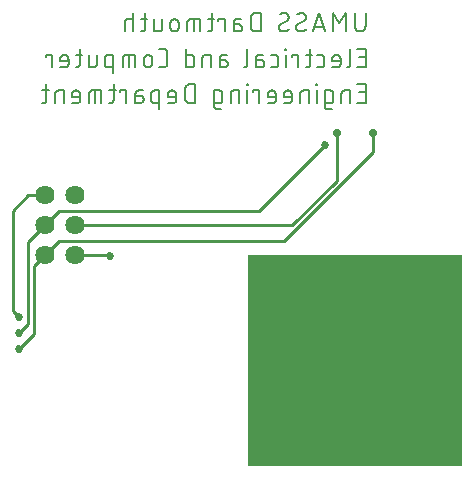
<source format=gbl>
G04 EAGLE Gerber RS-274X export*
G75*
%MOMM*%
%FSLAX34Y34*%
%LPD*%
%INBottom Copper*%
%IPPOS*%
%AMOC8*
5,1,8,0,0,1.08239X$1,22.5*%
G01*
%ADD10C,0.203200*%
%ADD11C,1.625600*%
%ADD12C,0.704800*%
%ADD13C,0.254000*%
%ADD14C,0.685800*%

G36*
X390020Y2544D02*
X390020Y2544D01*
X390039Y2542D01*
X390141Y2564D01*
X390243Y2580D01*
X390260Y2590D01*
X390280Y2594D01*
X390369Y2647D01*
X390460Y2696D01*
X390474Y2710D01*
X390491Y2720D01*
X390558Y2799D01*
X390630Y2874D01*
X390638Y2892D01*
X390651Y2907D01*
X390690Y3003D01*
X390733Y3097D01*
X390735Y3117D01*
X390743Y3135D01*
X390761Y3302D01*
X390761Y180000D01*
X390758Y180020D01*
X390760Y180039D01*
X390738Y180141D01*
X390722Y180243D01*
X390712Y180260D01*
X390708Y180280D01*
X390655Y180369D01*
X390606Y180460D01*
X390592Y180474D01*
X390582Y180491D01*
X390503Y180558D01*
X390428Y180630D01*
X390410Y180638D01*
X390395Y180651D01*
X390299Y180690D01*
X390205Y180733D01*
X390185Y180735D01*
X390167Y180743D01*
X390000Y180761D01*
X210000Y180761D01*
X209980Y180758D01*
X209961Y180760D01*
X209859Y180738D01*
X209757Y180722D01*
X209740Y180712D01*
X209720Y180708D01*
X209631Y180655D01*
X209540Y180606D01*
X209526Y180592D01*
X209509Y180582D01*
X209442Y180503D01*
X209371Y180428D01*
X209362Y180410D01*
X209349Y180395D01*
X209310Y180299D01*
X209267Y180205D01*
X209265Y180185D01*
X209257Y180167D01*
X209239Y180000D01*
X209239Y3302D01*
X209242Y3282D01*
X209240Y3263D01*
X209262Y3161D01*
X209279Y3059D01*
X209288Y3042D01*
X209292Y3022D01*
X209345Y2933D01*
X209394Y2842D01*
X209408Y2828D01*
X209418Y2811D01*
X209497Y2744D01*
X209572Y2672D01*
X209590Y2664D01*
X209605Y2651D01*
X209701Y2612D01*
X209795Y2569D01*
X209815Y2567D01*
X209833Y2559D01*
X210000Y2541D01*
X390000Y2541D01*
X390020Y2544D01*
G37*
D10*
X308798Y385925D02*
X308798Y374552D01*
X308796Y374421D01*
X308790Y374290D01*
X308780Y374160D01*
X308767Y374030D01*
X308749Y373900D01*
X308728Y373771D01*
X308702Y373643D01*
X308673Y373515D01*
X308640Y373388D01*
X308604Y373263D01*
X308563Y373138D01*
X308519Y373015D01*
X308471Y372893D01*
X308420Y372773D01*
X308365Y372654D01*
X308306Y372537D01*
X308244Y372422D01*
X308179Y372309D01*
X308110Y372197D01*
X308038Y372088D01*
X307963Y371981D01*
X307884Y371876D01*
X307803Y371774D01*
X307718Y371674D01*
X307630Y371577D01*
X307540Y371482D01*
X307447Y371390D01*
X307351Y371301D01*
X307252Y371215D01*
X307151Y371132D01*
X307048Y371052D01*
X306942Y370975D01*
X306834Y370902D01*
X306723Y370831D01*
X306611Y370764D01*
X306497Y370700D01*
X306381Y370640D01*
X306263Y370583D01*
X306143Y370530D01*
X306022Y370480D01*
X305899Y370434D01*
X305776Y370392D01*
X305651Y370354D01*
X305524Y370319D01*
X305397Y370288D01*
X305269Y370260D01*
X305141Y370237D01*
X305011Y370218D01*
X304881Y370202D01*
X304751Y370190D01*
X304620Y370182D01*
X304489Y370178D01*
X304359Y370178D01*
X304228Y370182D01*
X304097Y370190D01*
X303967Y370202D01*
X303837Y370218D01*
X303707Y370237D01*
X303579Y370260D01*
X303451Y370288D01*
X303324Y370319D01*
X303197Y370354D01*
X303072Y370392D01*
X302949Y370434D01*
X302826Y370480D01*
X302705Y370530D01*
X302585Y370583D01*
X302467Y370640D01*
X302351Y370700D01*
X302237Y370764D01*
X302125Y370831D01*
X302014Y370902D01*
X301906Y370975D01*
X301800Y371052D01*
X301697Y371132D01*
X301596Y371215D01*
X301497Y371301D01*
X301401Y371390D01*
X301308Y371482D01*
X301218Y371577D01*
X301130Y371674D01*
X301045Y371774D01*
X300964Y371876D01*
X300885Y371981D01*
X300810Y372088D01*
X300738Y372197D01*
X300669Y372309D01*
X300604Y372422D01*
X300542Y372537D01*
X300483Y372654D01*
X300428Y372773D01*
X300377Y372893D01*
X300329Y373015D01*
X300285Y373138D01*
X300244Y373263D01*
X300208Y373388D01*
X300175Y373515D01*
X300146Y373643D01*
X300120Y373771D01*
X300099Y373900D01*
X300081Y374030D01*
X300068Y374160D01*
X300058Y374290D01*
X300052Y374421D01*
X300050Y374552D01*
X300049Y374552D02*
X300049Y385925D01*
X291957Y385925D02*
X291957Y370177D01*
X286708Y377176D02*
X291957Y385925D01*
X286708Y377176D02*
X281459Y385925D01*
X281459Y370177D01*
X274763Y370177D02*
X269514Y385925D01*
X264264Y370177D01*
X265577Y374114D02*
X273451Y374114D01*
X253529Y370177D02*
X253412Y370179D01*
X253295Y370185D01*
X253179Y370195D01*
X253062Y370208D01*
X252947Y370226D01*
X252832Y370247D01*
X252718Y370272D01*
X252604Y370301D01*
X252492Y370334D01*
X252381Y370371D01*
X252271Y370411D01*
X252163Y370455D01*
X252056Y370502D01*
X251950Y370553D01*
X251847Y370608D01*
X251745Y370666D01*
X251646Y370727D01*
X251548Y370791D01*
X251453Y370859D01*
X251360Y370930D01*
X251269Y371004D01*
X251181Y371081D01*
X251096Y371161D01*
X251013Y371244D01*
X250933Y371329D01*
X250856Y371417D01*
X250782Y371508D01*
X250711Y371601D01*
X250643Y371696D01*
X250579Y371794D01*
X250518Y371893D01*
X250460Y371995D01*
X250405Y372098D01*
X250354Y372204D01*
X250307Y372311D01*
X250263Y372419D01*
X250223Y372529D01*
X250186Y372640D01*
X250153Y372752D01*
X250124Y372866D01*
X250099Y372980D01*
X250078Y373095D01*
X250060Y373210D01*
X250047Y373327D01*
X250037Y373443D01*
X250031Y373560D01*
X250029Y373677D01*
X253529Y370177D02*
X253706Y370179D01*
X253883Y370185D01*
X254059Y370196D01*
X254235Y370211D01*
X254411Y370230D01*
X254587Y370253D01*
X254761Y370280D01*
X254936Y370312D01*
X255109Y370348D01*
X255281Y370388D01*
X255452Y370432D01*
X255623Y370480D01*
X255792Y370532D01*
X255959Y370588D01*
X256126Y370648D01*
X256291Y370712D01*
X256454Y370780D01*
X256616Y370852D01*
X256775Y370928D01*
X256933Y371007D01*
X257089Y371091D01*
X257243Y371178D01*
X257395Y371269D01*
X257545Y371363D01*
X257692Y371461D01*
X257837Y371562D01*
X257980Y371667D01*
X258120Y371775D01*
X258257Y371886D01*
X258392Y372001D01*
X258523Y372119D01*
X258652Y372240D01*
X258778Y372364D01*
X258341Y382426D02*
X258339Y382543D01*
X258333Y382660D01*
X258323Y382776D01*
X258310Y382893D01*
X258292Y383008D01*
X258271Y383123D01*
X258246Y383237D01*
X258217Y383351D01*
X258184Y383463D01*
X258147Y383574D01*
X258107Y383684D01*
X258063Y383792D01*
X258016Y383899D01*
X257965Y384005D01*
X257910Y384108D01*
X257852Y384210D01*
X257791Y384309D01*
X257727Y384407D01*
X257659Y384502D01*
X257588Y384595D01*
X257514Y384686D01*
X257437Y384774D01*
X257357Y384859D01*
X257274Y384942D01*
X257189Y385022D01*
X257101Y385099D01*
X257010Y385173D01*
X256917Y385244D01*
X256822Y385312D01*
X256724Y385376D01*
X256625Y385437D01*
X256523Y385495D01*
X256420Y385550D01*
X256314Y385601D01*
X256207Y385648D01*
X256099Y385692D01*
X255989Y385732D01*
X255878Y385769D01*
X255766Y385802D01*
X255652Y385831D01*
X255538Y385856D01*
X255423Y385877D01*
X255308Y385895D01*
X255191Y385908D01*
X255075Y385918D01*
X254958Y385924D01*
X254841Y385926D01*
X254841Y385925D02*
X254685Y385923D01*
X254528Y385918D01*
X254372Y385908D01*
X254216Y385895D01*
X254061Y385878D01*
X253906Y385858D01*
X253751Y385834D01*
X253597Y385806D01*
X253444Y385775D01*
X253292Y385740D01*
X253140Y385701D01*
X252990Y385658D01*
X252840Y385613D01*
X252692Y385563D01*
X252545Y385510D01*
X252399Y385454D01*
X252254Y385394D01*
X252111Y385330D01*
X251970Y385264D01*
X251830Y385194D01*
X251692Y385120D01*
X251556Y385043D01*
X251421Y384964D01*
X251289Y384880D01*
X251158Y384794D01*
X251030Y384705D01*
X250904Y384613D01*
X256590Y379364D02*
X256689Y379424D01*
X256785Y379488D01*
X256879Y379554D01*
X256971Y379623D01*
X257061Y379696D01*
X257149Y379771D01*
X257233Y379849D01*
X257316Y379930D01*
X257395Y380013D01*
X257472Y380099D01*
X257546Y380187D01*
X257618Y380278D01*
X257686Y380371D01*
X257751Y380466D01*
X257813Y380564D01*
X257872Y380663D01*
X257927Y380764D01*
X257980Y380867D01*
X258029Y380971D01*
X258074Y381077D01*
X258116Y381184D01*
X258155Y381293D01*
X258190Y381403D01*
X258221Y381514D01*
X258249Y381626D01*
X258273Y381738D01*
X258293Y381852D01*
X258310Y381966D01*
X258323Y382081D01*
X258333Y382196D01*
X258338Y382311D01*
X258340Y382426D01*
X251779Y376739D02*
X251680Y376679D01*
X251584Y376615D01*
X251490Y376549D01*
X251398Y376480D01*
X251308Y376407D01*
X251220Y376332D01*
X251136Y376254D01*
X251053Y376173D01*
X250974Y376090D01*
X250897Y376004D01*
X250823Y375916D01*
X250751Y375825D01*
X250683Y375732D01*
X250618Y375637D01*
X250556Y375539D01*
X250497Y375440D01*
X250442Y375339D01*
X250389Y375236D01*
X250341Y375132D01*
X250295Y375026D01*
X250253Y374919D01*
X250214Y374810D01*
X250179Y374700D01*
X250148Y374589D01*
X250120Y374477D01*
X250096Y374365D01*
X250076Y374251D01*
X250059Y374137D01*
X250046Y374022D01*
X250036Y373907D01*
X250031Y373792D01*
X250029Y373677D01*
X251779Y376739D02*
X256591Y379363D01*
X238940Y370177D02*
X238823Y370179D01*
X238706Y370185D01*
X238590Y370195D01*
X238473Y370208D01*
X238358Y370226D01*
X238243Y370247D01*
X238129Y370272D01*
X238015Y370301D01*
X237903Y370334D01*
X237792Y370371D01*
X237682Y370411D01*
X237574Y370455D01*
X237467Y370502D01*
X237361Y370553D01*
X237258Y370608D01*
X237156Y370666D01*
X237057Y370727D01*
X236959Y370791D01*
X236864Y370859D01*
X236771Y370930D01*
X236680Y371004D01*
X236592Y371081D01*
X236507Y371161D01*
X236424Y371244D01*
X236344Y371329D01*
X236267Y371417D01*
X236193Y371508D01*
X236122Y371601D01*
X236054Y371696D01*
X235990Y371794D01*
X235929Y371893D01*
X235871Y371995D01*
X235816Y372098D01*
X235765Y372204D01*
X235718Y372311D01*
X235674Y372419D01*
X235634Y372529D01*
X235597Y372640D01*
X235564Y372752D01*
X235535Y372866D01*
X235510Y372980D01*
X235489Y373095D01*
X235471Y373210D01*
X235458Y373327D01*
X235448Y373443D01*
X235442Y373560D01*
X235440Y373677D01*
X238940Y370177D02*
X239117Y370179D01*
X239294Y370185D01*
X239470Y370196D01*
X239646Y370211D01*
X239822Y370230D01*
X239998Y370253D01*
X240172Y370280D01*
X240347Y370312D01*
X240520Y370348D01*
X240692Y370388D01*
X240863Y370432D01*
X241034Y370480D01*
X241203Y370532D01*
X241370Y370588D01*
X241537Y370648D01*
X241702Y370712D01*
X241865Y370780D01*
X242027Y370852D01*
X242186Y370928D01*
X242344Y371007D01*
X242500Y371091D01*
X242654Y371178D01*
X242806Y371269D01*
X242956Y371363D01*
X243103Y371461D01*
X243248Y371562D01*
X243391Y371667D01*
X243531Y371775D01*
X243668Y371886D01*
X243803Y372001D01*
X243934Y372119D01*
X244063Y372240D01*
X244189Y372364D01*
X243752Y382426D02*
X243750Y382543D01*
X243744Y382660D01*
X243734Y382776D01*
X243721Y382893D01*
X243703Y383008D01*
X243682Y383123D01*
X243657Y383237D01*
X243628Y383351D01*
X243595Y383463D01*
X243558Y383574D01*
X243518Y383684D01*
X243474Y383792D01*
X243427Y383899D01*
X243376Y384005D01*
X243321Y384108D01*
X243263Y384210D01*
X243202Y384309D01*
X243138Y384407D01*
X243070Y384502D01*
X242999Y384595D01*
X242925Y384686D01*
X242848Y384774D01*
X242768Y384859D01*
X242685Y384942D01*
X242600Y385022D01*
X242512Y385099D01*
X242421Y385173D01*
X242328Y385244D01*
X242233Y385312D01*
X242135Y385376D01*
X242036Y385437D01*
X241934Y385495D01*
X241831Y385550D01*
X241725Y385601D01*
X241618Y385648D01*
X241510Y385692D01*
X241400Y385732D01*
X241289Y385769D01*
X241177Y385802D01*
X241063Y385831D01*
X240949Y385856D01*
X240834Y385877D01*
X240719Y385895D01*
X240602Y385908D01*
X240486Y385918D01*
X240369Y385924D01*
X240252Y385926D01*
X240252Y385925D02*
X240096Y385923D01*
X239939Y385918D01*
X239783Y385908D01*
X239627Y385895D01*
X239472Y385878D01*
X239317Y385858D01*
X239162Y385834D01*
X239008Y385806D01*
X238855Y385775D01*
X238703Y385740D01*
X238551Y385701D01*
X238401Y385658D01*
X238251Y385613D01*
X238103Y385563D01*
X237956Y385510D01*
X237810Y385454D01*
X237665Y385394D01*
X237522Y385330D01*
X237381Y385264D01*
X237241Y385194D01*
X237103Y385120D01*
X236967Y385043D01*
X236832Y384964D01*
X236700Y384880D01*
X236569Y384794D01*
X236441Y384705D01*
X236315Y384613D01*
X242001Y379364D02*
X242100Y379424D01*
X242196Y379488D01*
X242290Y379554D01*
X242382Y379623D01*
X242472Y379696D01*
X242560Y379771D01*
X242644Y379849D01*
X242727Y379930D01*
X242806Y380013D01*
X242883Y380099D01*
X242957Y380187D01*
X243029Y380278D01*
X243097Y380371D01*
X243162Y380466D01*
X243224Y380564D01*
X243283Y380663D01*
X243338Y380764D01*
X243391Y380867D01*
X243440Y380971D01*
X243485Y381077D01*
X243527Y381184D01*
X243566Y381293D01*
X243601Y381403D01*
X243632Y381514D01*
X243660Y381626D01*
X243684Y381738D01*
X243704Y381852D01*
X243721Y381966D01*
X243734Y382081D01*
X243744Y382196D01*
X243749Y382311D01*
X243751Y382426D01*
X237190Y376739D02*
X237091Y376679D01*
X236995Y376615D01*
X236901Y376549D01*
X236809Y376480D01*
X236719Y376407D01*
X236631Y376332D01*
X236547Y376254D01*
X236464Y376173D01*
X236385Y376090D01*
X236308Y376004D01*
X236234Y375916D01*
X236162Y375825D01*
X236094Y375732D01*
X236029Y375637D01*
X235967Y375539D01*
X235908Y375440D01*
X235853Y375339D01*
X235800Y375236D01*
X235752Y375132D01*
X235706Y375026D01*
X235664Y374919D01*
X235625Y374810D01*
X235590Y374700D01*
X235559Y374589D01*
X235531Y374477D01*
X235507Y374365D01*
X235487Y374251D01*
X235470Y374137D01*
X235457Y374022D01*
X235447Y373907D01*
X235442Y373792D01*
X235440Y373677D01*
X237190Y376739D02*
X242002Y379363D01*
X220221Y385925D02*
X220221Y370177D01*
X220221Y385925D02*
X215847Y385925D01*
X215717Y385923D01*
X215588Y385917D01*
X215459Y385908D01*
X215330Y385894D01*
X215201Y385877D01*
X215073Y385856D01*
X214946Y385831D01*
X214820Y385803D01*
X214694Y385770D01*
X214570Y385734D01*
X214446Y385695D01*
X214324Y385651D01*
X214203Y385604D01*
X214084Y385554D01*
X213966Y385500D01*
X213850Y385442D01*
X213735Y385381D01*
X213623Y385317D01*
X213512Y385250D01*
X213403Y385179D01*
X213297Y385105D01*
X213193Y385028D01*
X213091Y384948D01*
X212992Y384864D01*
X212895Y384778D01*
X212800Y384689D01*
X212709Y384598D01*
X212620Y384503D01*
X212534Y384406D01*
X212450Y384307D01*
X212370Y384205D01*
X212293Y384101D01*
X212219Y383995D01*
X212148Y383886D01*
X212081Y383775D01*
X212017Y383663D01*
X211956Y383548D01*
X211898Y383432D01*
X211844Y383314D01*
X211794Y383195D01*
X211747Y383074D01*
X211703Y382952D01*
X211664Y382828D01*
X211628Y382704D01*
X211595Y382578D01*
X211567Y382452D01*
X211542Y382325D01*
X211521Y382197D01*
X211504Y382068D01*
X211490Y381939D01*
X211481Y381810D01*
X211475Y381681D01*
X211473Y381551D01*
X211472Y381551D02*
X211472Y374552D01*
X211473Y374552D02*
X211475Y374422D01*
X211481Y374293D01*
X211490Y374164D01*
X211504Y374035D01*
X211521Y373906D01*
X211542Y373778D01*
X211567Y373651D01*
X211595Y373525D01*
X211628Y373399D01*
X211664Y373275D01*
X211703Y373151D01*
X211747Y373029D01*
X211794Y372908D01*
X211844Y372789D01*
X211898Y372671D01*
X211956Y372555D01*
X212017Y372440D01*
X212081Y372328D01*
X212148Y372217D01*
X212219Y372108D01*
X212293Y372002D01*
X212370Y371898D01*
X212450Y371796D01*
X212534Y371697D01*
X212620Y371600D01*
X212709Y371505D01*
X212800Y371414D01*
X212895Y371325D01*
X212992Y371239D01*
X213091Y371155D01*
X213193Y371075D01*
X213297Y370998D01*
X213403Y370924D01*
X213512Y370853D01*
X213623Y370786D01*
X213735Y370722D01*
X213850Y370661D01*
X213966Y370603D01*
X214084Y370549D01*
X214203Y370499D01*
X214324Y370452D01*
X214446Y370408D01*
X214570Y370369D01*
X214694Y370333D01*
X214820Y370300D01*
X214946Y370272D01*
X215073Y370247D01*
X215201Y370226D01*
X215330Y370209D01*
X215459Y370195D01*
X215588Y370186D01*
X215717Y370180D01*
X215847Y370178D01*
X215847Y370177D02*
X220221Y370177D01*
X201262Y376301D02*
X197325Y376301D01*
X201262Y376301D02*
X201371Y376299D01*
X201480Y376293D01*
X201589Y376283D01*
X201698Y376270D01*
X201806Y376252D01*
X201913Y376231D01*
X202019Y376206D01*
X202125Y376177D01*
X202229Y376144D01*
X202332Y376108D01*
X202434Y376068D01*
X202534Y376024D01*
X202633Y375977D01*
X202729Y375926D01*
X202824Y375872D01*
X202917Y375815D01*
X203008Y375754D01*
X203097Y375690D01*
X203183Y375623D01*
X203267Y375553D01*
X203349Y375480D01*
X203427Y375404D01*
X203503Y375326D01*
X203576Y375244D01*
X203646Y375160D01*
X203713Y375074D01*
X203777Y374985D01*
X203838Y374894D01*
X203895Y374801D01*
X203949Y374706D01*
X204000Y374610D01*
X204047Y374511D01*
X204091Y374411D01*
X204131Y374309D01*
X204167Y374206D01*
X204200Y374102D01*
X204229Y373996D01*
X204254Y373890D01*
X204275Y373783D01*
X204293Y373675D01*
X204306Y373566D01*
X204316Y373457D01*
X204322Y373348D01*
X204324Y373239D01*
X204322Y373130D01*
X204316Y373021D01*
X204306Y372912D01*
X204293Y372803D01*
X204275Y372695D01*
X204254Y372588D01*
X204229Y372482D01*
X204200Y372376D01*
X204167Y372272D01*
X204131Y372169D01*
X204091Y372067D01*
X204047Y371967D01*
X204000Y371868D01*
X203949Y371772D01*
X203895Y371677D01*
X203838Y371584D01*
X203777Y371493D01*
X203713Y371404D01*
X203646Y371318D01*
X203576Y371234D01*
X203503Y371152D01*
X203427Y371074D01*
X203349Y370998D01*
X203267Y370925D01*
X203183Y370855D01*
X203097Y370788D01*
X203008Y370724D01*
X202917Y370663D01*
X202824Y370606D01*
X202729Y370552D01*
X202633Y370501D01*
X202534Y370454D01*
X202434Y370410D01*
X202332Y370370D01*
X202229Y370334D01*
X202125Y370301D01*
X202019Y370272D01*
X201913Y370247D01*
X201806Y370226D01*
X201698Y370208D01*
X201589Y370195D01*
X201480Y370185D01*
X201371Y370179D01*
X201262Y370177D01*
X197325Y370177D01*
X197325Y378051D01*
X197327Y378152D01*
X197333Y378252D01*
X197342Y378352D01*
X197356Y378452D01*
X197373Y378551D01*
X197394Y378649D01*
X197419Y378747D01*
X197447Y378843D01*
X197480Y378938D01*
X197515Y379032D01*
X197555Y379125D01*
X197598Y379216D01*
X197644Y379305D01*
X197694Y379392D01*
X197747Y379478D01*
X197803Y379561D01*
X197862Y379642D01*
X197925Y379721D01*
X197990Y379797D01*
X198059Y379871D01*
X198130Y379942D01*
X198204Y380011D01*
X198280Y380076D01*
X198359Y380139D01*
X198440Y380198D01*
X198523Y380254D01*
X198609Y380307D01*
X198696Y380357D01*
X198785Y380403D01*
X198876Y380446D01*
X198969Y380486D01*
X199063Y380522D01*
X199158Y380554D01*
X199254Y380582D01*
X199352Y380607D01*
X199450Y380628D01*
X199549Y380645D01*
X199649Y380659D01*
X199749Y380668D01*
X199849Y380674D01*
X199950Y380676D01*
X203449Y380676D01*
X189545Y380676D02*
X189545Y370177D01*
X189545Y380676D02*
X184295Y380676D01*
X184295Y378926D01*
X180575Y380676D02*
X175326Y380676D01*
X178825Y385925D02*
X178825Y372802D01*
X178826Y372802D02*
X178824Y372701D01*
X178818Y372601D01*
X178809Y372501D01*
X178795Y372401D01*
X178778Y372302D01*
X178757Y372204D01*
X178732Y372106D01*
X178704Y372010D01*
X178671Y371915D01*
X178636Y371821D01*
X178596Y371728D01*
X178553Y371637D01*
X178507Y371548D01*
X178457Y371461D01*
X178404Y371375D01*
X178348Y371292D01*
X178289Y371211D01*
X178226Y371132D01*
X178161Y371056D01*
X178092Y370982D01*
X178021Y370911D01*
X177947Y370842D01*
X177871Y370777D01*
X177792Y370714D01*
X177711Y370655D01*
X177628Y370599D01*
X177542Y370546D01*
X177455Y370496D01*
X177366Y370450D01*
X177275Y370407D01*
X177182Y370367D01*
X177088Y370331D01*
X176993Y370299D01*
X176897Y370271D01*
X176799Y370246D01*
X176701Y370225D01*
X176602Y370208D01*
X176502Y370194D01*
X176402Y370185D01*
X176302Y370179D01*
X176201Y370177D01*
X175326Y370177D01*
X168471Y370177D02*
X168471Y380676D01*
X160597Y380676D01*
X160496Y380674D01*
X160396Y380668D01*
X160296Y380659D01*
X160196Y380645D01*
X160097Y380628D01*
X159999Y380607D01*
X159901Y380582D01*
X159805Y380554D01*
X159710Y380521D01*
X159616Y380486D01*
X159523Y380446D01*
X159432Y380403D01*
X159343Y380357D01*
X159256Y380307D01*
X159170Y380254D01*
X159087Y380198D01*
X159006Y380139D01*
X158927Y380076D01*
X158851Y380011D01*
X158777Y379942D01*
X158706Y379871D01*
X158637Y379797D01*
X158572Y379721D01*
X158509Y379642D01*
X158450Y379561D01*
X158394Y379478D01*
X158341Y379392D01*
X158291Y379305D01*
X158245Y379216D01*
X158202Y379125D01*
X158162Y379032D01*
X158127Y378938D01*
X158094Y378843D01*
X158066Y378747D01*
X158041Y378649D01*
X158020Y378551D01*
X158003Y378452D01*
X157989Y378352D01*
X157980Y378252D01*
X157974Y378152D01*
X157972Y378051D01*
X157972Y370177D01*
X163221Y370177D02*
X163221Y380676D01*
X150569Y377176D02*
X150569Y373677D01*
X150569Y377176D02*
X150567Y377294D01*
X150561Y377412D01*
X150551Y377530D01*
X150537Y377647D01*
X150519Y377764D01*
X150497Y377881D01*
X150472Y377996D01*
X150442Y378110D01*
X150408Y378224D01*
X150371Y378336D01*
X150330Y378447D01*
X150285Y378556D01*
X150237Y378664D01*
X150185Y378770D01*
X150129Y378875D01*
X150070Y378977D01*
X150008Y379077D01*
X149942Y379175D01*
X149873Y379271D01*
X149800Y379365D01*
X149725Y379456D01*
X149646Y379544D01*
X149565Y379630D01*
X149480Y379713D01*
X149393Y379793D01*
X149304Y379870D01*
X149211Y379944D01*
X149117Y380014D01*
X149020Y380082D01*
X148920Y380146D01*
X148819Y380207D01*
X148716Y380264D01*
X148610Y380318D01*
X148503Y380369D01*
X148395Y380415D01*
X148285Y380458D01*
X148173Y380497D01*
X148060Y380533D01*
X147946Y380564D01*
X147831Y380592D01*
X147716Y380616D01*
X147599Y380636D01*
X147482Y380652D01*
X147364Y380664D01*
X147246Y380672D01*
X147128Y380676D01*
X147010Y380676D01*
X146892Y380672D01*
X146774Y380664D01*
X146656Y380652D01*
X146539Y380636D01*
X146422Y380616D01*
X146307Y380592D01*
X146192Y380564D01*
X146078Y380533D01*
X145965Y380497D01*
X145853Y380458D01*
X145743Y380415D01*
X145635Y380369D01*
X145528Y380318D01*
X145422Y380264D01*
X145319Y380207D01*
X145218Y380146D01*
X145118Y380082D01*
X145021Y380014D01*
X144927Y379944D01*
X144834Y379870D01*
X144745Y379793D01*
X144658Y379713D01*
X144573Y379630D01*
X144492Y379544D01*
X144413Y379456D01*
X144338Y379365D01*
X144265Y379271D01*
X144196Y379175D01*
X144130Y379077D01*
X144068Y378977D01*
X144009Y378875D01*
X143953Y378770D01*
X143901Y378664D01*
X143853Y378556D01*
X143808Y378447D01*
X143767Y378336D01*
X143730Y378224D01*
X143696Y378110D01*
X143666Y377996D01*
X143641Y377881D01*
X143619Y377764D01*
X143601Y377647D01*
X143587Y377530D01*
X143577Y377412D01*
X143571Y377294D01*
X143569Y377176D01*
X143570Y377176D02*
X143570Y373677D01*
X143569Y373677D02*
X143571Y373559D01*
X143577Y373441D01*
X143587Y373323D01*
X143601Y373206D01*
X143619Y373089D01*
X143641Y372972D01*
X143666Y372857D01*
X143696Y372743D01*
X143730Y372629D01*
X143767Y372517D01*
X143808Y372406D01*
X143853Y372297D01*
X143901Y372189D01*
X143953Y372083D01*
X144009Y371978D01*
X144068Y371876D01*
X144130Y371776D01*
X144196Y371678D01*
X144265Y371582D01*
X144338Y371488D01*
X144413Y371397D01*
X144492Y371309D01*
X144573Y371223D01*
X144658Y371140D01*
X144745Y371060D01*
X144834Y370983D01*
X144927Y370909D01*
X145021Y370839D01*
X145118Y370771D01*
X145218Y370707D01*
X145319Y370646D01*
X145422Y370589D01*
X145528Y370535D01*
X145635Y370484D01*
X145743Y370438D01*
X145853Y370395D01*
X145965Y370356D01*
X146078Y370320D01*
X146192Y370289D01*
X146307Y370261D01*
X146422Y370237D01*
X146539Y370217D01*
X146656Y370201D01*
X146774Y370189D01*
X146892Y370181D01*
X147010Y370177D01*
X147128Y370177D01*
X147246Y370181D01*
X147364Y370189D01*
X147482Y370201D01*
X147599Y370217D01*
X147716Y370237D01*
X147831Y370261D01*
X147946Y370289D01*
X148060Y370320D01*
X148173Y370356D01*
X148285Y370395D01*
X148395Y370438D01*
X148503Y370484D01*
X148610Y370535D01*
X148716Y370589D01*
X148819Y370646D01*
X148920Y370707D01*
X149020Y370771D01*
X149117Y370839D01*
X149211Y370909D01*
X149304Y370983D01*
X149393Y371060D01*
X149480Y371140D01*
X149565Y371223D01*
X149646Y371309D01*
X149725Y371397D01*
X149800Y371488D01*
X149873Y371582D01*
X149942Y371678D01*
X150008Y371776D01*
X150070Y371876D01*
X150129Y371978D01*
X150185Y372083D01*
X150237Y372189D01*
X150285Y372297D01*
X150330Y372406D01*
X150371Y372517D01*
X150408Y372629D01*
X150442Y372743D01*
X150472Y372857D01*
X150497Y372972D01*
X150519Y373089D01*
X150537Y373206D01*
X150551Y373323D01*
X150561Y373441D01*
X150567Y373559D01*
X150569Y373677D01*
X136501Y372802D02*
X136501Y380676D01*
X136501Y372802D02*
X136499Y372701D01*
X136493Y372601D01*
X136484Y372501D01*
X136470Y372401D01*
X136453Y372302D01*
X136432Y372204D01*
X136407Y372106D01*
X136379Y372010D01*
X136346Y371915D01*
X136311Y371821D01*
X136271Y371728D01*
X136228Y371637D01*
X136182Y371548D01*
X136132Y371461D01*
X136079Y371375D01*
X136023Y371292D01*
X135964Y371211D01*
X135901Y371132D01*
X135836Y371056D01*
X135767Y370982D01*
X135696Y370911D01*
X135622Y370842D01*
X135546Y370777D01*
X135467Y370714D01*
X135386Y370655D01*
X135303Y370599D01*
X135217Y370546D01*
X135130Y370496D01*
X135041Y370450D01*
X134950Y370407D01*
X134857Y370367D01*
X134763Y370332D01*
X134668Y370299D01*
X134572Y370271D01*
X134474Y370246D01*
X134376Y370225D01*
X134277Y370208D01*
X134177Y370194D01*
X134077Y370185D01*
X133977Y370179D01*
X133876Y370177D01*
X129502Y370177D01*
X129502Y380676D01*
X123782Y380676D02*
X118532Y380676D01*
X122032Y385925D02*
X122032Y372802D01*
X122030Y372701D01*
X122024Y372601D01*
X122015Y372501D01*
X122001Y372401D01*
X121984Y372302D01*
X121963Y372204D01*
X121938Y372106D01*
X121910Y372010D01*
X121877Y371915D01*
X121842Y371821D01*
X121802Y371728D01*
X121759Y371637D01*
X121713Y371548D01*
X121663Y371461D01*
X121610Y371375D01*
X121554Y371292D01*
X121495Y371211D01*
X121432Y371132D01*
X121367Y371056D01*
X121298Y370982D01*
X121227Y370911D01*
X121153Y370842D01*
X121077Y370777D01*
X120998Y370714D01*
X120917Y370655D01*
X120834Y370599D01*
X120748Y370546D01*
X120661Y370496D01*
X120572Y370450D01*
X120481Y370407D01*
X120388Y370367D01*
X120294Y370331D01*
X120199Y370299D01*
X120103Y370271D01*
X120005Y370246D01*
X119907Y370225D01*
X119808Y370208D01*
X119708Y370194D01*
X119608Y370185D01*
X119508Y370179D01*
X119407Y370177D01*
X118532Y370177D01*
X112012Y370177D02*
X112012Y385925D01*
X112012Y380676D02*
X107637Y380676D01*
X107536Y380674D01*
X107436Y380668D01*
X107336Y380659D01*
X107236Y380645D01*
X107137Y380628D01*
X107039Y380607D01*
X106941Y380582D01*
X106845Y380554D01*
X106750Y380521D01*
X106656Y380486D01*
X106563Y380446D01*
X106472Y380403D01*
X106383Y380357D01*
X106296Y380307D01*
X106210Y380254D01*
X106127Y380198D01*
X106046Y380139D01*
X105967Y380076D01*
X105891Y380011D01*
X105817Y379942D01*
X105746Y379871D01*
X105677Y379797D01*
X105612Y379721D01*
X105549Y379642D01*
X105490Y379561D01*
X105434Y379478D01*
X105381Y379392D01*
X105331Y379305D01*
X105285Y379216D01*
X105242Y379125D01*
X105202Y379032D01*
X105167Y378938D01*
X105134Y378843D01*
X105106Y378747D01*
X105081Y378649D01*
X105060Y378551D01*
X105043Y378452D01*
X105029Y378352D01*
X105020Y378252D01*
X105014Y378152D01*
X105012Y378051D01*
X105013Y378051D02*
X105013Y370177D01*
X301799Y339951D02*
X308798Y339951D01*
X308798Y355699D01*
X301799Y355699D01*
X303549Y348700D02*
X308798Y348700D01*
X295796Y342576D02*
X295796Y355699D01*
X295796Y342576D02*
X295794Y342475D01*
X295788Y342375D01*
X295779Y342275D01*
X295765Y342175D01*
X295748Y342076D01*
X295727Y341978D01*
X295702Y341880D01*
X295674Y341784D01*
X295641Y341689D01*
X295606Y341595D01*
X295566Y341502D01*
X295523Y341411D01*
X295477Y341322D01*
X295427Y341235D01*
X295374Y341149D01*
X295318Y341066D01*
X295259Y340985D01*
X295196Y340906D01*
X295131Y340830D01*
X295062Y340756D01*
X294991Y340685D01*
X294917Y340616D01*
X294841Y340551D01*
X294762Y340488D01*
X294681Y340429D01*
X294598Y340373D01*
X294512Y340320D01*
X294425Y340270D01*
X294336Y340224D01*
X294245Y340181D01*
X294152Y340141D01*
X294058Y340106D01*
X293963Y340073D01*
X293867Y340045D01*
X293769Y340020D01*
X293671Y339999D01*
X293572Y339982D01*
X293472Y339968D01*
X293372Y339959D01*
X293272Y339953D01*
X293171Y339951D01*
X285014Y339951D02*
X280639Y339951D01*
X285014Y339951D02*
X285115Y339953D01*
X285215Y339959D01*
X285315Y339968D01*
X285415Y339982D01*
X285514Y339999D01*
X285612Y340020D01*
X285710Y340045D01*
X285806Y340073D01*
X285901Y340106D01*
X285995Y340141D01*
X286088Y340181D01*
X286179Y340224D01*
X286268Y340270D01*
X286355Y340320D01*
X286441Y340373D01*
X286524Y340429D01*
X286605Y340488D01*
X286684Y340551D01*
X286760Y340616D01*
X286834Y340685D01*
X286905Y340756D01*
X286974Y340830D01*
X287039Y340906D01*
X287102Y340985D01*
X287161Y341066D01*
X287217Y341149D01*
X287270Y341235D01*
X287320Y341322D01*
X287366Y341411D01*
X287409Y341502D01*
X287449Y341595D01*
X287485Y341689D01*
X287517Y341784D01*
X287545Y341880D01*
X287570Y341978D01*
X287591Y342076D01*
X287608Y342175D01*
X287622Y342275D01*
X287631Y342375D01*
X287637Y342475D01*
X287639Y342576D01*
X287638Y342576D02*
X287638Y346950D01*
X287639Y346950D02*
X287637Y347068D01*
X287631Y347186D01*
X287621Y347304D01*
X287607Y347421D01*
X287589Y347538D01*
X287567Y347655D01*
X287542Y347770D01*
X287512Y347884D01*
X287478Y347998D01*
X287441Y348110D01*
X287400Y348221D01*
X287355Y348330D01*
X287307Y348438D01*
X287255Y348544D01*
X287199Y348649D01*
X287140Y348751D01*
X287078Y348851D01*
X287012Y348949D01*
X286943Y349045D01*
X286870Y349139D01*
X286795Y349230D01*
X286716Y349318D01*
X286635Y349404D01*
X286550Y349487D01*
X286463Y349567D01*
X286374Y349644D01*
X286281Y349718D01*
X286187Y349788D01*
X286090Y349856D01*
X285990Y349920D01*
X285889Y349981D01*
X285786Y350038D01*
X285680Y350092D01*
X285573Y350143D01*
X285465Y350189D01*
X285355Y350232D01*
X285243Y350271D01*
X285130Y350307D01*
X285016Y350338D01*
X284901Y350366D01*
X284786Y350390D01*
X284669Y350410D01*
X284552Y350426D01*
X284434Y350438D01*
X284316Y350446D01*
X284198Y350450D01*
X284080Y350450D01*
X283962Y350446D01*
X283844Y350438D01*
X283726Y350426D01*
X283609Y350410D01*
X283492Y350390D01*
X283377Y350366D01*
X283262Y350338D01*
X283148Y350307D01*
X283035Y350271D01*
X282923Y350232D01*
X282813Y350189D01*
X282705Y350143D01*
X282598Y350092D01*
X282492Y350038D01*
X282389Y349981D01*
X282288Y349920D01*
X282188Y349856D01*
X282091Y349788D01*
X281997Y349718D01*
X281904Y349644D01*
X281815Y349567D01*
X281728Y349487D01*
X281643Y349404D01*
X281562Y349318D01*
X281483Y349230D01*
X281408Y349139D01*
X281335Y349045D01*
X281266Y348949D01*
X281200Y348851D01*
X281138Y348751D01*
X281079Y348649D01*
X281023Y348544D01*
X280971Y348438D01*
X280923Y348330D01*
X280878Y348221D01*
X280837Y348110D01*
X280800Y347998D01*
X280766Y347884D01*
X280736Y347770D01*
X280711Y347655D01*
X280689Y347538D01*
X280671Y347421D01*
X280657Y347304D01*
X280647Y347186D01*
X280641Y347068D01*
X280639Y346950D01*
X280639Y345200D01*
X287638Y345200D01*
X271445Y339951D02*
X267946Y339951D01*
X271445Y339951D02*
X271546Y339953D01*
X271646Y339959D01*
X271746Y339968D01*
X271846Y339982D01*
X271945Y339999D01*
X272043Y340020D01*
X272141Y340045D01*
X272237Y340073D01*
X272332Y340106D01*
X272426Y340141D01*
X272519Y340181D01*
X272610Y340224D01*
X272699Y340270D01*
X272786Y340320D01*
X272872Y340373D01*
X272955Y340429D01*
X273036Y340488D01*
X273115Y340551D01*
X273191Y340616D01*
X273265Y340685D01*
X273336Y340756D01*
X273405Y340830D01*
X273470Y340906D01*
X273533Y340985D01*
X273592Y341066D01*
X273648Y341149D01*
X273701Y341235D01*
X273751Y341322D01*
X273797Y341411D01*
X273840Y341502D01*
X273880Y341595D01*
X273916Y341689D01*
X273948Y341784D01*
X273976Y341880D01*
X274001Y341978D01*
X274022Y342076D01*
X274039Y342175D01*
X274053Y342275D01*
X274062Y342375D01*
X274068Y342475D01*
X274070Y342576D01*
X274070Y347825D01*
X274068Y347926D01*
X274062Y348026D01*
X274053Y348126D01*
X274039Y348226D01*
X274022Y348325D01*
X274001Y348423D01*
X273976Y348521D01*
X273948Y348617D01*
X273915Y348712D01*
X273880Y348806D01*
X273840Y348899D01*
X273797Y348990D01*
X273751Y349079D01*
X273701Y349166D01*
X273648Y349252D01*
X273592Y349335D01*
X273533Y349416D01*
X273470Y349495D01*
X273405Y349571D01*
X273336Y349645D01*
X273265Y349716D01*
X273191Y349785D01*
X273115Y349850D01*
X273036Y349913D01*
X272955Y349972D01*
X272872Y350028D01*
X272786Y350081D01*
X272699Y350131D01*
X272610Y350177D01*
X272519Y350220D01*
X272426Y350260D01*
X272332Y350295D01*
X272237Y350328D01*
X272141Y350356D01*
X272043Y350381D01*
X271945Y350402D01*
X271846Y350419D01*
X271746Y350433D01*
X271646Y350442D01*
X271546Y350448D01*
X271445Y350450D01*
X267946Y350450D01*
X263456Y350450D02*
X258207Y350450D01*
X261707Y355699D02*
X261707Y342576D01*
X261705Y342475D01*
X261699Y342375D01*
X261690Y342275D01*
X261676Y342175D01*
X261659Y342076D01*
X261638Y341978D01*
X261613Y341880D01*
X261585Y341784D01*
X261552Y341689D01*
X261517Y341595D01*
X261477Y341502D01*
X261434Y341411D01*
X261388Y341322D01*
X261338Y341235D01*
X261285Y341149D01*
X261229Y341066D01*
X261170Y340985D01*
X261107Y340906D01*
X261042Y340830D01*
X260973Y340756D01*
X260902Y340685D01*
X260828Y340616D01*
X260752Y340551D01*
X260673Y340488D01*
X260592Y340429D01*
X260509Y340373D01*
X260423Y340320D01*
X260336Y340270D01*
X260247Y340224D01*
X260156Y340181D01*
X260063Y340141D01*
X259969Y340105D01*
X259874Y340073D01*
X259778Y340045D01*
X259680Y340020D01*
X259582Y339999D01*
X259483Y339982D01*
X259383Y339968D01*
X259283Y339959D01*
X259183Y339953D01*
X259082Y339951D01*
X258207Y339951D01*
X251584Y339951D02*
X251584Y350450D01*
X246335Y350450D01*
X246335Y348700D01*
X241413Y350450D02*
X241413Y339951D01*
X241851Y354824D02*
X241851Y355699D01*
X240976Y355699D01*
X240976Y354824D01*
X241851Y354824D01*
X232367Y339951D02*
X228868Y339951D01*
X232367Y339951D02*
X232468Y339953D01*
X232568Y339959D01*
X232668Y339968D01*
X232768Y339982D01*
X232867Y339999D01*
X232965Y340020D01*
X233063Y340045D01*
X233159Y340073D01*
X233254Y340106D01*
X233348Y340141D01*
X233441Y340181D01*
X233532Y340224D01*
X233621Y340270D01*
X233708Y340320D01*
X233794Y340373D01*
X233877Y340429D01*
X233958Y340488D01*
X234037Y340551D01*
X234113Y340616D01*
X234187Y340685D01*
X234258Y340756D01*
X234327Y340830D01*
X234392Y340906D01*
X234455Y340985D01*
X234514Y341066D01*
X234570Y341149D01*
X234623Y341235D01*
X234673Y341322D01*
X234719Y341411D01*
X234762Y341502D01*
X234802Y341595D01*
X234838Y341689D01*
X234870Y341784D01*
X234898Y341880D01*
X234923Y341978D01*
X234944Y342076D01*
X234961Y342175D01*
X234975Y342275D01*
X234984Y342375D01*
X234990Y342475D01*
X234992Y342576D01*
X234992Y347825D01*
X234990Y347926D01*
X234984Y348026D01*
X234975Y348126D01*
X234961Y348226D01*
X234944Y348325D01*
X234923Y348423D01*
X234898Y348521D01*
X234870Y348617D01*
X234837Y348712D01*
X234802Y348806D01*
X234762Y348899D01*
X234719Y348990D01*
X234673Y349079D01*
X234623Y349166D01*
X234570Y349252D01*
X234514Y349335D01*
X234455Y349416D01*
X234392Y349495D01*
X234327Y349571D01*
X234258Y349645D01*
X234187Y349716D01*
X234113Y349785D01*
X234037Y349850D01*
X233958Y349913D01*
X233877Y349972D01*
X233794Y350028D01*
X233708Y350081D01*
X233621Y350131D01*
X233532Y350177D01*
X233441Y350220D01*
X233348Y350260D01*
X233254Y350295D01*
X233159Y350328D01*
X233063Y350356D01*
X232965Y350381D01*
X232867Y350402D01*
X232768Y350419D01*
X232668Y350433D01*
X232568Y350442D01*
X232468Y350448D01*
X232367Y350450D01*
X228868Y350450D01*
X220055Y346075D02*
X216118Y346075D01*
X220055Y346075D02*
X220164Y346073D01*
X220273Y346067D01*
X220382Y346057D01*
X220491Y346044D01*
X220599Y346026D01*
X220706Y346005D01*
X220812Y345980D01*
X220918Y345951D01*
X221022Y345918D01*
X221125Y345882D01*
X221227Y345842D01*
X221327Y345798D01*
X221426Y345751D01*
X221522Y345700D01*
X221617Y345646D01*
X221710Y345589D01*
X221801Y345528D01*
X221890Y345464D01*
X221976Y345397D01*
X222060Y345327D01*
X222142Y345254D01*
X222220Y345178D01*
X222296Y345100D01*
X222369Y345018D01*
X222439Y344934D01*
X222506Y344848D01*
X222570Y344759D01*
X222631Y344668D01*
X222688Y344575D01*
X222742Y344480D01*
X222793Y344384D01*
X222840Y344285D01*
X222884Y344185D01*
X222924Y344083D01*
X222960Y343980D01*
X222993Y343876D01*
X223022Y343770D01*
X223047Y343664D01*
X223068Y343557D01*
X223086Y343449D01*
X223099Y343340D01*
X223109Y343231D01*
X223115Y343122D01*
X223117Y343013D01*
X223115Y342904D01*
X223109Y342795D01*
X223099Y342686D01*
X223086Y342577D01*
X223068Y342469D01*
X223047Y342362D01*
X223022Y342256D01*
X222993Y342150D01*
X222960Y342046D01*
X222924Y341943D01*
X222884Y341841D01*
X222840Y341741D01*
X222793Y341642D01*
X222742Y341546D01*
X222688Y341451D01*
X222631Y341358D01*
X222570Y341267D01*
X222506Y341178D01*
X222439Y341092D01*
X222369Y341008D01*
X222296Y340926D01*
X222220Y340848D01*
X222142Y340772D01*
X222060Y340699D01*
X221976Y340629D01*
X221890Y340562D01*
X221801Y340498D01*
X221710Y340437D01*
X221617Y340380D01*
X221522Y340326D01*
X221426Y340275D01*
X221327Y340228D01*
X221227Y340184D01*
X221125Y340144D01*
X221022Y340108D01*
X220918Y340075D01*
X220812Y340046D01*
X220706Y340021D01*
X220599Y340000D01*
X220491Y339982D01*
X220382Y339969D01*
X220273Y339959D01*
X220164Y339953D01*
X220055Y339951D01*
X216118Y339951D01*
X216118Y347825D01*
X216120Y347926D01*
X216126Y348026D01*
X216135Y348126D01*
X216149Y348226D01*
X216166Y348325D01*
X216187Y348423D01*
X216212Y348521D01*
X216240Y348617D01*
X216273Y348712D01*
X216308Y348806D01*
X216348Y348899D01*
X216391Y348990D01*
X216437Y349079D01*
X216487Y349166D01*
X216540Y349252D01*
X216596Y349335D01*
X216655Y349416D01*
X216718Y349495D01*
X216783Y349571D01*
X216852Y349645D01*
X216923Y349716D01*
X216997Y349785D01*
X217073Y349850D01*
X217152Y349913D01*
X217233Y349972D01*
X217316Y350028D01*
X217402Y350081D01*
X217489Y350131D01*
X217578Y350177D01*
X217669Y350220D01*
X217762Y350260D01*
X217856Y350296D01*
X217951Y350328D01*
X218047Y350356D01*
X218145Y350381D01*
X218243Y350402D01*
X218342Y350419D01*
X218442Y350433D01*
X218542Y350442D01*
X218642Y350448D01*
X218743Y350450D01*
X222243Y350450D01*
X208782Y355699D02*
X208782Y342576D01*
X208780Y342475D01*
X208774Y342375D01*
X208765Y342275D01*
X208751Y342175D01*
X208734Y342076D01*
X208713Y341978D01*
X208688Y341880D01*
X208660Y341784D01*
X208627Y341689D01*
X208592Y341595D01*
X208552Y341502D01*
X208509Y341411D01*
X208463Y341322D01*
X208413Y341235D01*
X208360Y341149D01*
X208304Y341066D01*
X208245Y340985D01*
X208182Y340906D01*
X208117Y340830D01*
X208048Y340756D01*
X207977Y340685D01*
X207903Y340616D01*
X207827Y340551D01*
X207748Y340488D01*
X207667Y340429D01*
X207584Y340373D01*
X207498Y340320D01*
X207411Y340270D01*
X207322Y340224D01*
X207231Y340181D01*
X207138Y340141D01*
X207044Y340106D01*
X206949Y340073D01*
X206853Y340045D01*
X206755Y340020D01*
X206657Y339999D01*
X206558Y339982D01*
X206458Y339968D01*
X206358Y339959D01*
X206258Y339953D01*
X206157Y339951D01*
X189314Y346075D02*
X185377Y346075D01*
X189314Y346075D02*
X189423Y346073D01*
X189532Y346067D01*
X189641Y346057D01*
X189750Y346044D01*
X189858Y346026D01*
X189965Y346005D01*
X190071Y345980D01*
X190177Y345951D01*
X190281Y345918D01*
X190384Y345882D01*
X190486Y345842D01*
X190586Y345798D01*
X190685Y345751D01*
X190781Y345700D01*
X190876Y345646D01*
X190969Y345589D01*
X191060Y345528D01*
X191149Y345464D01*
X191235Y345397D01*
X191319Y345327D01*
X191401Y345254D01*
X191479Y345178D01*
X191555Y345100D01*
X191628Y345018D01*
X191698Y344934D01*
X191765Y344848D01*
X191829Y344759D01*
X191890Y344668D01*
X191947Y344575D01*
X192001Y344480D01*
X192052Y344384D01*
X192099Y344285D01*
X192143Y344185D01*
X192183Y344083D01*
X192219Y343980D01*
X192252Y343876D01*
X192281Y343770D01*
X192306Y343664D01*
X192327Y343557D01*
X192345Y343449D01*
X192358Y343340D01*
X192368Y343231D01*
X192374Y343122D01*
X192376Y343013D01*
X192374Y342904D01*
X192368Y342795D01*
X192358Y342686D01*
X192345Y342577D01*
X192327Y342469D01*
X192306Y342362D01*
X192281Y342256D01*
X192252Y342150D01*
X192219Y342046D01*
X192183Y341943D01*
X192143Y341841D01*
X192099Y341741D01*
X192052Y341642D01*
X192001Y341546D01*
X191947Y341451D01*
X191890Y341358D01*
X191829Y341267D01*
X191765Y341178D01*
X191698Y341092D01*
X191628Y341008D01*
X191555Y340926D01*
X191479Y340848D01*
X191401Y340772D01*
X191319Y340699D01*
X191235Y340629D01*
X191149Y340562D01*
X191060Y340498D01*
X190969Y340437D01*
X190876Y340380D01*
X190781Y340326D01*
X190685Y340275D01*
X190586Y340228D01*
X190486Y340184D01*
X190384Y340144D01*
X190281Y340108D01*
X190177Y340075D01*
X190071Y340046D01*
X189965Y340021D01*
X189858Y340000D01*
X189750Y339982D01*
X189641Y339969D01*
X189532Y339959D01*
X189423Y339953D01*
X189314Y339951D01*
X185377Y339951D01*
X185377Y347825D01*
X185379Y347926D01*
X185385Y348026D01*
X185394Y348126D01*
X185408Y348226D01*
X185425Y348325D01*
X185446Y348423D01*
X185471Y348521D01*
X185499Y348617D01*
X185532Y348712D01*
X185567Y348806D01*
X185607Y348899D01*
X185650Y348990D01*
X185696Y349079D01*
X185746Y349166D01*
X185799Y349252D01*
X185855Y349335D01*
X185914Y349416D01*
X185977Y349495D01*
X186042Y349571D01*
X186111Y349645D01*
X186182Y349716D01*
X186256Y349785D01*
X186332Y349850D01*
X186411Y349913D01*
X186492Y349972D01*
X186575Y350028D01*
X186661Y350081D01*
X186748Y350131D01*
X186837Y350177D01*
X186928Y350220D01*
X187021Y350260D01*
X187115Y350296D01*
X187210Y350328D01*
X187306Y350356D01*
X187404Y350381D01*
X187502Y350402D01*
X187601Y350419D01*
X187701Y350433D01*
X187801Y350442D01*
X187901Y350448D01*
X188002Y350450D01*
X191501Y350450D01*
X177699Y350450D02*
X177699Y339951D01*
X177699Y350450D02*
X173324Y350450D01*
X173223Y350448D01*
X173123Y350442D01*
X173023Y350433D01*
X172923Y350419D01*
X172824Y350402D01*
X172726Y350381D01*
X172628Y350356D01*
X172532Y350328D01*
X172437Y350295D01*
X172343Y350260D01*
X172250Y350220D01*
X172159Y350177D01*
X172070Y350131D01*
X171983Y350081D01*
X171897Y350028D01*
X171814Y349972D01*
X171733Y349913D01*
X171654Y349850D01*
X171578Y349785D01*
X171504Y349716D01*
X171433Y349645D01*
X171364Y349571D01*
X171299Y349495D01*
X171236Y349416D01*
X171177Y349335D01*
X171121Y349252D01*
X171068Y349166D01*
X171018Y349079D01*
X170972Y348990D01*
X170929Y348899D01*
X170889Y348806D01*
X170854Y348712D01*
X170821Y348617D01*
X170793Y348521D01*
X170768Y348423D01*
X170747Y348325D01*
X170730Y348226D01*
X170716Y348126D01*
X170707Y348026D01*
X170701Y347926D01*
X170699Y347825D01*
X170700Y347825D02*
X170700Y339951D01*
X156720Y339951D02*
X156720Y355699D01*
X156720Y339951D02*
X161094Y339951D01*
X161195Y339953D01*
X161295Y339959D01*
X161395Y339968D01*
X161495Y339982D01*
X161594Y339999D01*
X161692Y340020D01*
X161790Y340045D01*
X161886Y340073D01*
X161981Y340106D01*
X162075Y340141D01*
X162168Y340181D01*
X162259Y340224D01*
X162348Y340270D01*
X162435Y340320D01*
X162521Y340373D01*
X162604Y340429D01*
X162685Y340488D01*
X162764Y340551D01*
X162840Y340616D01*
X162914Y340685D01*
X162985Y340756D01*
X163054Y340830D01*
X163119Y340906D01*
X163182Y340985D01*
X163241Y341066D01*
X163297Y341149D01*
X163350Y341235D01*
X163400Y341322D01*
X163446Y341411D01*
X163489Y341502D01*
X163529Y341595D01*
X163565Y341689D01*
X163597Y341784D01*
X163625Y341880D01*
X163650Y341978D01*
X163671Y342076D01*
X163688Y342175D01*
X163702Y342275D01*
X163711Y342375D01*
X163717Y342475D01*
X163719Y342576D01*
X163719Y347825D01*
X163717Y347926D01*
X163711Y348026D01*
X163702Y348126D01*
X163688Y348226D01*
X163671Y348325D01*
X163650Y348423D01*
X163625Y348521D01*
X163597Y348617D01*
X163564Y348712D01*
X163529Y348806D01*
X163489Y348899D01*
X163446Y348990D01*
X163400Y349079D01*
X163350Y349166D01*
X163297Y349252D01*
X163241Y349335D01*
X163182Y349416D01*
X163119Y349495D01*
X163054Y349571D01*
X162985Y349645D01*
X162914Y349716D01*
X162840Y349785D01*
X162764Y349850D01*
X162685Y349913D01*
X162604Y349972D01*
X162521Y350028D01*
X162435Y350081D01*
X162348Y350131D01*
X162259Y350177D01*
X162168Y350220D01*
X162075Y350260D01*
X161981Y350295D01*
X161886Y350328D01*
X161790Y350356D01*
X161692Y350381D01*
X161594Y350402D01*
X161495Y350419D01*
X161395Y350433D01*
X161295Y350442D01*
X161195Y350448D01*
X161094Y350450D01*
X156720Y350450D01*
X137607Y339951D02*
X134107Y339951D01*
X137607Y339951D02*
X137724Y339953D01*
X137841Y339959D01*
X137957Y339969D01*
X138074Y339982D01*
X138189Y340000D01*
X138304Y340021D01*
X138418Y340046D01*
X138532Y340075D01*
X138644Y340108D01*
X138755Y340145D01*
X138865Y340185D01*
X138973Y340229D01*
X139080Y340276D01*
X139186Y340327D01*
X139289Y340382D01*
X139391Y340440D01*
X139490Y340501D01*
X139588Y340565D01*
X139683Y340633D01*
X139776Y340704D01*
X139867Y340778D01*
X139955Y340855D01*
X140040Y340935D01*
X140123Y341018D01*
X140203Y341103D01*
X140280Y341191D01*
X140354Y341282D01*
X140425Y341375D01*
X140493Y341470D01*
X140557Y341568D01*
X140618Y341667D01*
X140676Y341769D01*
X140731Y341872D01*
X140782Y341978D01*
X140829Y342085D01*
X140873Y342193D01*
X140913Y342303D01*
X140950Y342414D01*
X140983Y342526D01*
X141012Y342640D01*
X141037Y342754D01*
X141058Y342869D01*
X141076Y342985D01*
X141089Y343101D01*
X141099Y343217D01*
X141105Y343334D01*
X141107Y343451D01*
X141106Y343451D02*
X141106Y352200D01*
X141107Y352200D02*
X141105Y352317D01*
X141099Y352434D01*
X141089Y352550D01*
X141076Y352666D01*
X141058Y352782D01*
X141037Y352897D01*
X141012Y353011D01*
X140983Y353125D01*
X140950Y353237D01*
X140913Y353348D01*
X140873Y353458D01*
X140829Y353566D01*
X140782Y353673D01*
X140731Y353779D01*
X140676Y353882D01*
X140618Y353984D01*
X140557Y354083D01*
X140493Y354181D01*
X140425Y354276D01*
X140354Y354369D01*
X140280Y354460D01*
X140203Y354548D01*
X140123Y354633D01*
X140040Y354716D01*
X139955Y354796D01*
X139867Y354873D01*
X139776Y354947D01*
X139683Y355018D01*
X139588Y355086D01*
X139490Y355150D01*
X139391Y355211D01*
X139289Y355269D01*
X139186Y355324D01*
X139080Y355375D01*
X138973Y355422D01*
X138865Y355466D01*
X138755Y355506D01*
X138644Y355543D01*
X138532Y355576D01*
X138418Y355605D01*
X138304Y355630D01*
X138189Y355651D01*
X138074Y355669D01*
X137957Y355682D01*
X137841Y355692D01*
X137724Y355698D01*
X137607Y355700D01*
X137607Y355699D02*
X134107Y355699D01*
X128200Y346950D02*
X128200Y343451D01*
X128200Y346950D02*
X128198Y347068D01*
X128192Y347186D01*
X128182Y347304D01*
X128168Y347421D01*
X128150Y347538D01*
X128128Y347655D01*
X128103Y347770D01*
X128073Y347884D01*
X128039Y347998D01*
X128002Y348110D01*
X127961Y348221D01*
X127916Y348330D01*
X127868Y348438D01*
X127816Y348544D01*
X127760Y348649D01*
X127701Y348751D01*
X127639Y348851D01*
X127573Y348949D01*
X127504Y349045D01*
X127431Y349139D01*
X127356Y349230D01*
X127277Y349318D01*
X127196Y349404D01*
X127111Y349487D01*
X127024Y349567D01*
X126935Y349644D01*
X126842Y349718D01*
X126748Y349788D01*
X126651Y349856D01*
X126551Y349920D01*
X126450Y349981D01*
X126347Y350038D01*
X126241Y350092D01*
X126134Y350143D01*
X126026Y350189D01*
X125916Y350232D01*
X125804Y350271D01*
X125691Y350307D01*
X125577Y350338D01*
X125462Y350366D01*
X125347Y350390D01*
X125230Y350410D01*
X125113Y350426D01*
X124995Y350438D01*
X124877Y350446D01*
X124759Y350450D01*
X124641Y350450D01*
X124523Y350446D01*
X124405Y350438D01*
X124287Y350426D01*
X124170Y350410D01*
X124053Y350390D01*
X123938Y350366D01*
X123823Y350338D01*
X123709Y350307D01*
X123596Y350271D01*
X123484Y350232D01*
X123374Y350189D01*
X123266Y350143D01*
X123159Y350092D01*
X123053Y350038D01*
X122950Y349981D01*
X122849Y349920D01*
X122749Y349856D01*
X122652Y349788D01*
X122558Y349718D01*
X122465Y349644D01*
X122376Y349567D01*
X122289Y349487D01*
X122204Y349404D01*
X122123Y349318D01*
X122044Y349230D01*
X121969Y349139D01*
X121896Y349045D01*
X121827Y348949D01*
X121761Y348851D01*
X121699Y348751D01*
X121640Y348649D01*
X121584Y348544D01*
X121532Y348438D01*
X121484Y348330D01*
X121439Y348221D01*
X121398Y348110D01*
X121361Y347998D01*
X121327Y347884D01*
X121297Y347770D01*
X121272Y347655D01*
X121250Y347538D01*
X121232Y347421D01*
X121218Y347304D01*
X121208Y347186D01*
X121202Y347068D01*
X121200Y346950D01*
X121201Y346950D02*
X121201Y343451D01*
X121200Y343451D02*
X121202Y343333D01*
X121208Y343215D01*
X121218Y343097D01*
X121232Y342980D01*
X121250Y342863D01*
X121272Y342746D01*
X121297Y342631D01*
X121327Y342517D01*
X121361Y342403D01*
X121398Y342291D01*
X121439Y342180D01*
X121484Y342071D01*
X121532Y341963D01*
X121584Y341857D01*
X121640Y341752D01*
X121699Y341650D01*
X121761Y341550D01*
X121827Y341452D01*
X121896Y341356D01*
X121969Y341262D01*
X122044Y341171D01*
X122123Y341083D01*
X122204Y340997D01*
X122289Y340914D01*
X122376Y340834D01*
X122465Y340757D01*
X122558Y340683D01*
X122652Y340613D01*
X122749Y340545D01*
X122849Y340481D01*
X122950Y340420D01*
X123053Y340363D01*
X123159Y340309D01*
X123266Y340258D01*
X123374Y340212D01*
X123484Y340169D01*
X123596Y340130D01*
X123709Y340094D01*
X123823Y340063D01*
X123938Y340035D01*
X124053Y340011D01*
X124170Y339991D01*
X124287Y339975D01*
X124405Y339963D01*
X124523Y339955D01*
X124641Y339951D01*
X124759Y339951D01*
X124877Y339955D01*
X124995Y339963D01*
X125113Y339975D01*
X125230Y339991D01*
X125347Y340011D01*
X125462Y340035D01*
X125577Y340063D01*
X125691Y340094D01*
X125804Y340130D01*
X125916Y340169D01*
X126026Y340212D01*
X126134Y340258D01*
X126241Y340309D01*
X126347Y340363D01*
X126450Y340420D01*
X126551Y340481D01*
X126651Y340545D01*
X126748Y340613D01*
X126842Y340683D01*
X126935Y340757D01*
X127024Y340834D01*
X127111Y340914D01*
X127196Y340997D01*
X127277Y341083D01*
X127356Y341171D01*
X127431Y341262D01*
X127504Y341356D01*
X127573Y341452D01*
X127639Y341550D01*
X127701Y341650D01*
X127760Y341752D01*
X127816Y341857D01*
X127868Y341963D01*
X127916Y342071D01*
X127961Y342180D01*
X128002Y342291D01*
X128039Y342403D01*
X128073Y342517D01*
X128103Y342631D01*
X128128Y342746D01*
X128150Y342863D01*
X128168Y342980D01*
X128182Y343097D01*
X128192Y343215D01*
X128198Y343333D01*
X128200Y343451D01*
X113797Y339951D02*
X113797Y350450D01*
X105923Y350450D01*
X105822Y350448D01*
X105722Y350442D01*
X105622Y350433D01*
X105522Y350419D01*
X105423Y350402D01*
X105325Y350381D01*
X105227Y350356D01*
X105131Y350328D01*
X105036Y350295D01*
X104942Y350260D01*
X104849Y350220D01*
X104758Y350177D01*
X104669Y350131D01*
X104582Y350081D01*
X104496Y350028D01*
X104413Y349972D01*
X104332Y349913D01*
X104253Y349850D01*
X104177Y349785D01*
X104103Y349716D01*
X104032Y349645D01*
X103963Y349571D01*
X103898Y349495D01*
X103835Y349416D01*
X103776Y349335D01*
X103720Y349252D01*
X103667Y349166D01*
X103617Y349079D01*
X103571Y348990D01*
X103528Y348899D01*
X103488Y348806D01*
X103453Y348712D01*
X103420Y348617D01*
X103392Y348521D01*
X103367Y348423D01*
X103346Y348325D01*
X103329Y348226D01*
X103315Y348126D01*
X103306Y348026D01*
X103300Y347926D01*
X103298Y347825D01*
X103299Y347825D02*
X103299Y339951D01*
X108548Y339951D02*
X108548Y350450D01*
X95286Y350450D02*
X95286Y334702D01*
X95286Y350450D02*
X90912Y350450D01*
X90811Y350448D01*
X90711Y350442D01*
X90611Y350433D01*
X90511Y350419D01*
X90412Y350402D01*
X90314Y350381D01*
X90216Y350356D01*
X90120Y350328D01*
X90025Y350295D01*
X89931Y350260D01*
X89838Y350220D01*
X89747Y350177D01*
X89658Y350131D01*
X89571Y350081D01*
X89485Y350028D01*
X89402Y349972D01*
X89321Y349913D01*
X89242Y349850D01*
X89166Y349785D01*
X89092Y349716D01*
X89021Y349645D01*
X88952Y349571D01*
X88887Y349495D01*
X88824Y349416D01*
X88765Y349335D01*
X88709Y349252D01*
X88656Y349166D01*
X88606Y349079D01*
X88560Y348990D01*
X88517Y348899D01*
X88477Y348806D01*
X88442Y348712D01*
X88409Y348617D01*
X88381Y348521D01*
X88356Y348423D01*
X88335Y348325D01*
X88318Y348226D01*
X88304Y348126D01*
X88295Y348026D01*
X88289Y347926D01*
X88287Y347825D01*
X88287Y342576D01*
X88289Y342475D01*
X88295Y342375D01*
X88304Y342275D01*
X88318Y342175D01*
X88335Y342076D01*
X88356Y341978D01*
X88381Y341880D01*
X88409Y341784D01*
X88442Y341689D01*
X88477Y341595D01*
X88517Y341502D01*
X88560Y341411D01*
X88606Y341322D01*
X88656Y341235D01*
X88709Y341149D01*
X88765Y341066D01*
X88824Y340985D01*
X88887Y340906D01*
X88952Y340830D01*
X89021Y340756D01*
X89092Y340685D01*
X89166Y340616D01*
X89242Y340551D01*
X89321Y340488D01*
X89402Y340429D01*
X89485Y340373D01*
X89571Y340320D01*
X89658Y340270D01*
X89747Y340224D01*
X89838Y340181D01*
X89931Y340141D01*
X90025Y340106D01*
X90120Y340073D01*
X90216Y340045D01*
X90314Y340020D01*
X90412Y339999D01*
X90511Y339982D01*
X90611Y339968D01*
X90711Y339959D01*
X90811Y339953D01*
X90912Y339951D01*
X95286Y339951D01*
X81306Y342576D02*
X81306Y350450D01*
X81307Y342576D02*
X81305Y342475D01*
X81299Y342375D01*
X81290Y342275D01*
X81276Y342175D01*
X81259Y342076D01*
X81238Y341978D01*
X81213Y341880D01*
X81185Y341784D01*
X81152Y341689D01*
X81117Y341595D01*
X81077Y341502D01*
X81034Y341411D01*
X80988Y341322D01*
X80938Y341235D01*
X80885Y341149D01*
X80829Y341066D01*
X80770Y340985D01*
X80707Y340906D01*
X80642Y340830D01*
X80573Y340756D01*
X80502Y340685D01*
X80428Y340616D01*
X80352Y340551D01*
X80273Y340488D01*
X80192Y340429D01*
X80109Y340373D01*
X80023Y340320D01*
X79936Y340270D01*
X79847Y340224D01*
X79756Y340181D01*
X79663Y340141D01*
X79569Y340106D01*
X79474Y340073D01*
X79378Y340045D01*
X79280Y340020D01*
X79182Y339999D01*
X79083Y339982D01*
X78983Y339968D01*
X78883Y339959D01*
X78783Y339953D01*
X78682Y339951D01*
X74307Y339951D01*
X74307Y350450D01*
X68587Y350450D02*
X63338Y350450D01*
X66837Y355699D02*
X66837Y342576D01*
X66838Y342576D02*
X66836Y342475D01*
X66830Y342375D01*
X66821Y342275D01*
X66807Y342175D01*
X66790Y342076D01*
X66769Y341978D01*
X66744Y341880D01*
X66716Y341784D01*
X66683Y341689D01*
X66648Y341595D01*
X66608Y341502D01*
X66565Y341411D01*
X66519Y341322D01*
X66469Y341235D01*
X66416Y341149D01*
X66360Y341066D01*
X66301Y340985D01*
X66238Y340906D01*
X66173Y340830D01*
X66104Y340756D01*
X66033Y340685D01*
X65959Y340616D01*
X65883Y340551D01*
X65804Y340488D01*
X65723Y340429D01*
X65640Y340373D01*
X65554Y340320D01*
X65467Y340270D01*
X65378Y340224D01*
X65287Y340181D01*
X65194Y340141D01*
X65100Y340105D01*
X65005Y340073D01*
X64909Y340045D01*
X64811Y340020D01*
X64713Y339999D01*
X64614Y339982D01*
X64514Y339968D01*
X64414Y339959D01*
X64314Y339953D01*
X64213Y339951D01*
X63338Y339951D01*
X54714Y339951D02*
X50339Y339951D01*
X54714Y339951D02*
X54815Y339953D01*
X54915Y339959D01*
X55015Y339968D01*
X55115Y339982D01*
X55214Y339999D01*
X55312Y340020D01*
X55410Y340045D01*
X55506Y340073D01*
X55601Y340106D01*
X55695Y340141D01*
X55788Y340181D01*
X55879Y340224D01*
X55968Y340270D01*
X56055Y340320D01*
X56141Y340373D01*
X56224Y340429D01*
X56305Y340488D01*
X56384Y340551D01*
X56460Y340616D01*
X56534Y340685D01*
X56605Y340756D01*
X56674Y340830D01*
X56739Y340906D01*
X56802Y340985D01*
X56861Y341066D01*
X56917Y341149D01*
X56970Y341235D01*
X57020Y341322D01*
X57066Y341411D01*
X57109Y341502D01*
X57149Y341595D01*
X57185Y341689D01*
X57217Y341784D01*
X57245Y341880D01*
X57270Y341978D01*
X57291Y342076D01*
X57308Y342175D01*
X57322Y342275D01*
X57331Y342375D01*
X57337Y342475D01*
X57339Y342576D01*
X57338Y342576D02*
X57338Y346950D01*
X57339Y346950D02*
X57337Y347068D01*
X57331Y347186D01*
X57321Y347304D01*
X57307Y347421D01*
X57289Y347538D01*
X57267Y347655D01*
X57242Y347770D01*
X57212Y347884D01*
X57178Y347998D01*
X57141Y348110D01*
X57100Y348221D01*
X57055Y348330D01*
X57007Y348438D01*
X56955Y348544D01*
X56899Y348649D01*
X56840Y348751D01*
X56778Y348851D01*
X56712Y348949D01*
X56643Y349045D01*
X56570Y349139D01*
X56495Y349230D01*
X56416Y349318D01*
X56335Y349404D01*
X56250Y349487D01*
X56163Y349567D01*
X56074Y349644D01*
X55981Y349718D01*
X55887Y349788D01*
X55790Y349856D01*
X55690Y349920D01*
X55589Y349981D01*
X55486Y350038D01*
X55380Y350092D01*
X55273Y350143D01*
X55165Y350189D01*
X55055Y350232D01*
X54943Y350271D01*
X54830Y350307D01*
X54716Y350338D01*
X54601Y350366D01*
X54486Y350390D01*
X54369Y350410D01*
X54252Y350426D01*
X54134Y350438D01*
X54016Y350446D01*
X53898Y350450D01*
X53780Y350450D01*
X53662Y350446D01*
X53544Y350438D01*
X53426Y350426D01*
X53309Y350410D01*
X53192Y350390D01*
X53077Y350366D01*
X52962Y350338D01*
X52848Y350307D01*
X52735Y350271D01*
X52623Y350232D01*
X52513Y350189D01*
X52405Y350143D01*
X52298Y350092D01*
X52192Y350038D01*
X52089Y349981D01*
X51988Y349920D01*
X51888Y349856D01*
X51791Y349788D01*
X51697Y349718D01*
X51604Y349644D01*
X51515Y349567D01*
X51428Y349487D01*
X51343Y349404D01*
X51262Y349318D01*
X51183Y349230D01*
X51108Y349139D01*
X51035Y349045D01*
X50966Y348949D01*
X50900Y348851D01*
X50838Y348751D01*
X50779Y348649D01*
X50723Y348544D01*
X50671Y348438D01*
X50623Y348330D01*
X50578Y348221D01*
X50537Y348110D01*
X50500Y347998D01*
X50466Y347884D01*
X50436Y347770D01*
X50411Y347655D01*
X50389Y347538D01*
X50371Y347421D01*
X50357Y347304D01*
X50347Y347186D01*
X50341Y347068D01*
X50339Y346950D01*
X50339Y345200D01*
X57338Y345200D01*
X43168Y339951D02*
X43168Y350450D01*
X37919Y350450D01*
X37919Y348700D01*
X301799Y309725D02*
X308798Y309725D01*
X308798Y325473D01*
X301799Y325473D01*
X303549Y318474D02*
X308798Y318474D01*
X295454Y320224D02*
X295454Y309725D01*
X295454Y320224D02*
X291079Y320224D01*
X290978Y320222D01*
X290878Y320216D01*
X290778Y320207D01*
X290678Y320193D01*
X290579Y320176D01*
X290481Y320155D01*
X290383Y320130D01*
X290287Y320102D01*
X290192Y320069D01*
X290098Y320034D01*
X290005Y319994D01*
X289914Y319951D01*
X289825Y319905D01*
X289738Y319855D01*
X289652Y319802D01*
X289569Y319746D01*
X289488Y319687D01*
X289409Y319624D01*
X289333Y319559D01*
X289259Y319490D01*
X289188Y319419D01*
X289119Y319345D01*
X289054Y319269D01*
X288991Y319190D01*
X288932Y319109D01*
X288876Y319026D01*
X288823Y318940D01*
X288773Y318853D01*
X288727Y318764D01*
X288684Y318673D01*
X288644Y318580D01*
X288609Y318486D01*
X288576Y318391D01*
X288548Y318295D01*
X288523Y318197D01*
X288502Y318099D01*
X288485Y318000D01*
X288471Y317900D01*
X288462Y317800D01*
X288456Y317700D01*
X288454Y317599D01*
X288455Y317599D02*
X288455Y309725D01*
X278849Y309725D02*
X274475Y309725D01*
X278849Y309725D02*
X278950Y309727D01*
X279050Y309733D01*
X279150Y309742D01*
X279250Y309756D01*
X279349Y309773D01*
X279447Y309794D01*
X279545Y309819D01*
X279641Y309847D01*
X279736Y309880D01*
X279830Y309915D01*
X279923Y309955D01*
X280014Y309998D01*
X280103Y310044D01*
X280190Y310094D01*
X280276Y310147D01*
X280359Y310203D01*
X280440Y310262D01*
X280519Y310325D01*
X280595Y310390D01*
X280669Y310459D01*
X280740Y310530D01*
X280809Y310604D01*
X280874Y310680D01*
X280937Y310759D01*
X280996Y310840D01*
X281052Y310923D01*
X281105Y311009D01*
X281155Y311096D01*
X281201Y311185D01*
X281244Y311276D01*
X281284Y311369D01*
X281320Y311463D01*
X281352Y311558D01*
X281380Y311654D01*
X281405Y311752D01*
X281426Y311850D01*
X281443Y311949D01*
X281457Y312049D01*
X281466Y312149D01*
X281472Y312249D01*
X281474Y312350D01*
X281474Y317599D01*
X281472Y317700D01*
X281466Y317800D01*
X281457Y317900D01*
X281443Y318000D01*
X281426Y318099D01*
X281405Y318197D01*
X281380Y318295D01*
X281352Y318391D01*
X281319Y318486D01*
X281284Y318580D01*
X281244Y318673D01*
X281201Y318764D01*
X281155Y318853D01*
X281105Y318940D01*
X281052Y319026D01*
X280996Y319109D01*
X280937Y319190D01*
X280874Y319269D01*
X280809Y319345D01*
X280740Y319419D01*
X280669Y319490D01*
X280595Y319559D01*
X280519Y319624D01*
X280440Y319687D01*
X280359Y319746D01*
X280276Y319802D01*
X280190Y319855D01*
X280103Y319905D01*
X280014Y319951D01*
X279923Y319994D01*
X279830Y320034D01*
X279736Y320069D01*
X279641Y320102D01*
X279545Y320130D01*
X279447Y320155D01*
X279349Y320176D01*
X279250Y320193D01*
X279150Y320207D01*
X279050Y320216D01*
X278950Y320222D01*
X278849Y320224D01*
X274475Y320224D01*
X274475Y307100D01*
X274477Y306999D01*
X274483Y306899D01*
X274492Y306799D01*
X274506Y306699D01*
X274523Y306600D01*
X274544Y306502D01*
X274569Y306404D01*
X274597Y306308D01*
X274630Y306213D01*
X274665Y306119D01*
X274705Y306026D01*
X274748Y305935D01*
X274794Y305846D01*
X274844Y305759D01*
X274897Y305673D01*
X274953Y305590D01*
X275012Y305509D01*
X275075Y305430D01*
X275140Y305354D01*
X275209Y305280D01*
X275280Y305209D01*
X275354Y305140D01*
X275430Y305075D01*
X275509Y305012D01*
X275590Y304953D01*
X275673Y304897D01*
X275759Y304844D01*
X275846Y304794D01*
X275935Y304748D01*
X276026Y304705D01*
X276119Y304665D01*
X276213Y304630D01*
X276308Y304597D01*
X276404Y304569D01*
X276502Y304544D01*
X276600Y304523D01*
X276699Y304506D01*
X276799Y304492D01*
X276899Y304483D01*
X276999Y304477D01*
X277100Y304475D01*
X277100Y304476D02*
X280599Y304476D01*
X267465Y309725D02*
X267465Y320224D01*
X267903Y324598D02*
X267903Y325473D01*
X267028Y325473D01*
X267028Y324598D01*
X267903Y324598D01*
X260544Y320224D02*
X260544Y309725D01*
X260544Y320224D02*
X256170Y320224D01*
X256069Y320222D01*
X255969Y320216D01*
X255869Y320207D01*
X255769Y320193D01*
X255670Y320176D01*
X255572Y320155D01*
X255474Y320130D01*
X255378Y320102D01*
X255283Y320069D01*
X255189Y320034D01*
X255096Y319994D01*
X255005Y319951D01*
X254916Y319905D01*
X254829Y319855D01*
X254743Y319802D01*
X254660Y319746D01*
X254579Y319687D01*
X254500Y319624D01*
X254424Y319559D01*
X254350Y319490D01*
X254279Y319419D01*
X254210Y319345D01*
X254145Y319269D01*
X254082Y319190D01*
X254023Y319109D01*
X253967Y319026D01*
X253914Y318940D01*
X253864Y318853D01*
X253818Y318764D01*
X253775Y318673D01*
X253735Y318580D01*
X253700Y318486D01*
X253667Y318391D01*
X253639Y318295D01*
X253614Y318197D01*
X253593Y318099D01*
X253576Y318000D01*
X253562Y317900D01*
X253553Y317800D01*
X253547Y317700D01*
X253545Y317599D01*
X253545Y309725D01*
X243851Y309725D02*
X239477Y309725D01*
X243851Y309725D02*
X243952Y309727D01*
X244052Y309733D01*
X244152Y309742D01*
X244252Y309756D01*
X244351Y309773D01*
X244449Y309794D01*
X244547Y309819D01*
X244643Y309847D01*
X244738Y309880D01*
X244832Y309915D01*
X244925Y309955D01*
X245016Y309998D01*
X245105Y310044D01*
X245192Y310094D01*
X245278Y310147D01*
X245361Y310203D01*
X245442Y310262D01*
X245521Y310325D01*
X245597Y310390D01*
X245671Y310459D01*
X245742Y310530D01*
X245811Y310604D01*
X245876Y310680D01*
X245939Y310759D01*
X245998Y310840D01*
X246054Y310923D01*
X246107Y311009D01*
X246157Y311096D01*
X246203Y311185D01*
X246246Y311276D01*
X246286Y311369D01*
X246322Y311463D01*
X246354Y311558D01*
X246382Y311654D01*
X246407Y311752D01*
X246428Y311850D01*
X246445Y311949D01*
X246459Y312049D01*
X246468Y312149D01*
X246474Y312249D01*
X246476Y312350D01*
X246476Y316724D01*
X246477Y316724D02*
X246475Y316842D01*
X246469Y316960D01*
X246459Y317078D01*
X246445Y317195D01*
X246427Y317312D01*
X246405Y317429D01*
X246380Y317544D01*
X246350Y317658D01*
X246316Y317772D01*
X246279Y317884D01*
X246238Y317995D01*
X246193Y318104D01*
X246145Y318212D01*
X246093Y318318D01*
X246037Y318423D01*
X245978Y318525D01*
X245916Y318625D01*
X245850Y318723D01*
X245781Y318819D01*
X245708Y318913D01*
X245633Y319004D01*
X245554Y319092D01*
X245473Y319178D01*
X245388Y319261D01*
X245301Y319341D01*
X245212Y319418D01*
X245119Y319492D01*
X245025Y319562D01*
X244928Y319630D01*
X244828Y319694D01*
X244727Y319755D01*
X244624Y319812D01*
X244518Y319866D01*
X244411Y319917D01*
X244303Y319963D01*
X244193Y320006D01*
X244081Y320045D01*
X243968Y320081D01*
X243854Y320112D01*
X243739Y320140D01*
X243624Y320164D01*
X243507Y320184D01*
X243390Y320200D01*
X243272Y320212D01*
X243154Y320220D01*
X243036Y320224D01*
X242918Y320224D01*
X242800Y320220D01*
X242682Y320212D01*
X242564Y320200D01*
X242447Y320184D01*
X242330Y320164D01*
X242215Y320140D01*
X242100Y320112D01*
X241986Y320081D01*
X241873Y320045D01*
X241761Y320006D01*
X241651Y319963D01*
X241543Y319917D01*
X241436Y319866D01*
X241330Y319812D01*
X241227Y319755D01*
X241126Y319694D01*
X241026Y319630D01*
X240929Y319562D01*
X240835Y319492D01*
X240742Y319418D01*
X240653Y319341D01*
X240566Y319261D01*
X240481Y319178D01*
X240400Y319092D01*
X240321Y319004D01*
X240246Y318913D01*
X240173Y318819D01*
X240104Y318723D01*
X240038Y318625D01*
X239976Y318525D01*
X239917Y318423D01*
X239861Y318318D01*
X239809Y318212D01*
X239761Y318104D01*
X239716Y317995D01*
X239675Y317884D01*
X239638Y317772D01*
X239604Y317658D01*
X239574Y317544D01*
X239549Y317429D01*
X239527Y317312D01*
X239509Y317195D01*
X239495Y317078D01*
X239485Y316960D01*
X239479Y316842D01*
X239477Y316724D01*
X239477Y314974D01*
X246476Y314974D01*
X230304Y309725D02*
X225930Y309725D01*
X230304Y309725D02*
X230405Y309727D01*
X230505Y309733D01*
X230605Y309742D01*
X230705Y309756D01*
X230804Y309773D01*
X230902Y309794D01*
X231000Y309819D01*
X231096Y309847D01*
X231191Y309880D01*
X231285Y309915D01*
X231378Y309955D01*
X231469Y309998D01*
X231558Y310044D01*
X231645Y310094D01*
X231731Y310147D01*
X231814Y310203D01*
X231895Y310262D01*
X231974Y310325D01*
X232050Y310390D01*
X232124Y310459D01*
X232195Y310530D01*
X232264Y310604D01*
X232329Y310680D01*
X232392Y310759D01*
X232451Y310840D01*
X232507Y310923D01*
X232560Y311009D01*
X232610Y311096D01*
X232656Y311185D01*
X232699Y311276D01*
X232739Y311369D01*
X232775Y311463D01*
X232807Y311558D01*
X232835Y311654D01*
X232860Y311752D01*
X232881Y311850D01*
X232898Y311949D01*
X232912Y312049D01*
X232921Y312149D01*
X232927Y312249D01*
X232929Y312350D01*
X232929Y316724D01*
X232930Y316724D02*
X232928Y316842D01*
X232922Y316960D01*
X232912Y317078D01*
X232898Y317195D01*
X232880Y317312D01*
X232858Y317429D01*
X232833Y317544D01*
X232803Y317658D01*
X232769Y317772D01*
X232732Y317884D01*
X232691Y317995D01*
X232646Y318104D01*
X232598Y318212D01*
X232546Y318318D01*
X232490Y318423D01*
X232431Y318525D01*
X232369Y318625D01*
X232303Y318723D01*
X232234Y318819D01*
X232161Y318913D01*
X232086Y319004D01*
X232007Y319092D01*
X231926Y319178D01*
X231841Y319261D01*
X231754Y319341D01*
X231665Y319418D01*
X231572Y319492D01*
X231478Y319562D01*
X231381Y319630D01*
X231281Y319694D01*
X231180Y319755D01*
X231077Y319812D01*
X230971Y319866D01*
X230864Y319917D01*
X230756Y319963D01*
X230646Y320006D01*
X230534Y320045D01*
X230421Y320081D01*
X230307Y320112D01*
X230192Y320140D01*
X230077Y320164D01*
X229960Y320184D01*
X229843Y320200D01*
X229725Y320212D01*
X229607Y320220D01*
X229489Y320224D01*
X229371Y320224D01*
X229253Y320220D01*
X229135Y320212D01*
X229017Y320200D01*
X228900Y320184D01*
X228783Y320164D01*
X228668Y320140D01*
X228553Y320112D01*
X228439Y320081D01*
X228326Y320045D01*
X228214Y320006D01*
X228104Y319963D01*
X227996Y319917D01*
X227889Y319866D01*
X227783Y319812D01*
X227680Y319755D01*
X227579Y319694D01*
X227479Y319630D01*
X227382Y319562D01*
X227288Y319492D01*
X227195Y319418D01*
X227106Y319341D01*
X227019Y319261D01*
X226934Y319178D01*
X226853Y319092D01*
X226774Y319004D01*
X226699Y318913D01*
X226626Y318819D01*
X226557Y318723D01*
X226491Y318625D01*
X226429Y318525D01*
X226370Y318423D01*
X226314Y318318D01*
X226262Y318212D01*
X226214Y318104D01*
X226169Y317995D01*
X226128Y317884D01*
X226091Y317772D01*
X226057Y317658D01*
X226027Y317544D01*
X226002Y317429D01*
X225980Y317312D01*
X225962Y317195D01*
X225948Y317078D01*
X225938Y316960D01*
X225932Y316842D01*
X225930Y316724D01*
X225930Y314974D01*
X232929Y314974D01*
X218759Y309725D02*
X218759Y320224D01*
X213510Y320224D01*
X213510Y318474D01*
X208588Y320224D02*
X208588Y309725D01*
X209025Y324598D02*
X209025Y325473D01*
X208151Y325473D01*
X208151Y324598D01*
X209025Y324598D01*
X201667Y320224D02*
X201667Y309725D01*
X201667Y320224D02*
X197292Y320224D01*
X197191Y320222D01*
X197091Y320216D01*
X196991Y320207D01*
X196891Y320193D01*
X196792Y320176D01*
X196694Y320155D01*
X196596Y320130D01*
X196500Y320102D01*
X196405Y320069D01*
X196311Y320034D01*
X196218Y319994D01*
X196127Y319951D01*
X196038Y319905D01*
X195951Y319855D01*
X195865Y319802D01*
X195782Y319746D01*
X195701Y319687D01*
X195622Y319624D01*
X195546Y319559D01*
X195472Y319490D01*
X195401Y319419D01*
X195332Y319345D01*
X195267Y319269D01*
X195204Y319190D01*
X195145Y319109D01*
X195089Y319026D01*
X195036Y318940D01*
X194986Y318853D01*
X194940Y318764D01*
X194897Y318673D01*
X194857Y318580D01*
X194822Y318486D01*
X194789Y318391D01*
X194761Y318295D01*
X194736Y318197D01*
X194715Y318099D01*
X194698Y318000D01*
X194684Y317900D01*
X194675Y317800D01*
X194669Y317700D01*
X194667Y317599D01*
X194668Y317599D02*
X194668Y309725D01*
X185062Y309725D02*
X180688Y309725D01*
X185062Y309725D02*
X185163Y309727D01*
X185263Y309733D01*
X185363Y309742D01*
X185463Y309756D01*
X185562Y309773D01*
X185660Y309794D01*
X185758Y309819D01*
X185854Y309847D01*
X185949Y309880D01*
X186043Y309915D01*
X186136Y309955D01*
X186227Y309998D01*
X186316Y310044D01*
X186403Y310094D01*
X186489Y310147D01*
X186572Y310203D01*
X186653Y310262D01*
X186732Y310325D01*
X186808Y310390D01*
X186882Y310459D01*
X186953Y310530D01*
X187022Y310604D01*
X187087Y310680D01*
X187150Y310759D01*
X187209Y310840D01*
X187265Y310923D01*
X187318Y311009D01*
X187368Y311096D01*
X187414Y311185D01*
X187457Y311276D01*
X187497Y311369D01*
X187533Y311463D01*
X187565Y311558D01*
X187593Y311654D01*
X187618Y311752D01*
X187639Y311850D01*
X187656Y311949D01*
X187670Y312049D01*
X187679Y312149D01*
X187685Y312249D01*
X187687Y312350D01*
X187687Y317599D01*
X187685Y317700D01*
X187679Y317800D01*
X187670Y317900D01*
X187656Y318000D01*
X187639Y318099D01*
X187618Y318197D01*
X187593Y318295D01*
X187565Y318391D01*
X187532Y318486D01*
X187497Y318580D01*
X187457Y318673D01*
X187414Y318764D01*
X187368Y318853D01*
X187318Y318940D01*
X187265Y319026D01*
X187209Y319109D01*
X187150Y319190D01*
X187087Y319269D01*
X187022Y319345D01*
X186953Y319419D01*
X186882Y319490D01*
X186808Y319559D01*
X186732Y319624D01*
X186653Y319687D01*
X186572Y319746D01*
X186489Y319802D01*
X186403Y319855D01*
X186316Y319905D01*
X186227Y319951D01*
X186136Y319994D01*
X186043Y320034D01*
X185949Y320069D01*
X185854Y320102D01*
X185758Y320130D01*
X185660Y320155D01*
X185562Y320176D01*
X185463Y320193D01*
X185363Y320207D01*
X185263Y320216D01*
X185163Y320222D01*
X185062Y320224D01*
X180688Y320224D01*
X180688Y307100D01*
X180687Y307100D02*
X180689Y306999D01*
X180695Y306899D01*
X180704Y306799D01*
X180718Y306699D01*
X180735Y306600D01*
X180756Y306502D01*
X180781Y306404D01*
X180809Y306308D01*
X180842Y306213D01*
X180877Y306119D01*
X180917Y306026D01*
X180960Y305935D01*
X181006Y305846D01*
X181056Y305759D01*
X181109Y305673D01*
X181165Y305590D01*
X181224Y305509D01*
X181287Y305430D01*
X181352Y305354D01*
X181421Y305280D01*
X181492Y305209D01*
X181566Y305140D01*
X181642Y305075D01*
X181721Y305012D01*
X181802Y304953D01*
X181885Y304897D01*
X181971Y304844D01*
X182058Y304794D01*
X182147Y304748D01*
X182238Y304705D01*
X182331Y304665D01*
X182425Y304630D01*
X182520Y304597D01*
X182616Y304569D01*
X182714Y304544D01*
X182812Y304523D01*
X182911Y304506D01*
X183011Y304492D01*
X183111Y304483D01*
X183211Y304477D01*
X183312Y304475D01*
X183312Y304476D02*
X186812Y304476D01*
X164506Y309725D02*
X164506Y325473D01*
X160131Y325473D01*
X160001Y325471D01*
X159872Y325465D01*
X159743Y325456D01*
X159614Y325442D01*
X159485Y325425D01*
X159357Y325404D01*
X159230Y325379D01*
X159104Y325351D01*
X158978Y325318D01*
X158854Y325282D01*
X158730Y325243D01*
X158608Y325199D01*
X158487Y325152D01*
X158368Y325102D01*
X158250Y325048D01*
X158134Y324990D01*
X158019Y324929D01*
X157907Y324865D01*
X157796Y324798D01*
X157687Y324727D01*
X157581Y324653D01*
X157477Y324576D01*
X157375Y324496D01*
X157276Y324412D01*
X157179Y324326D01*
X157084Y324237D01*
X156993Y324146D01*
X156904Y324051D01*
X156818Y323954D01*
X156734Y323855D01*
X156654Y323753D01*
X156577Y323649D01*
X156503Y323543D01*
X156432Y323434D01*
X156365Y323323D01*
X156301Y323211D01*
X156240Y323096D01*
X156182Y322980D01*
X156128Y322862D01*
X156078Y322743D01*
X156031Y322622D01*
X155987Y322500D01*
X155948Y322376D01*
X155912Y322252D01*
X155879Y322126D01*
X155851Y322000D01*
X155826Y321873D01*
X155805Y321745D01*
X155788Y321616D01*
X155774Y321487D01*
X155765Y321358D01*
X155759Y321229D01*
X155757Y321099D01*
X155757Y314100D01*
X155759Y313970D01*
X155765Y313841D01*
X155774Y313712D01*
X155788Y313583D01*
X155805Y313454D01*
X155826Y313326D01*
X155851Y313199D01*
X155879Y313073D01*
X155912Y312947D01*
X155948Y312823D01*
X155987Y312699D01*
X156031Y312577D01*
X156078Y312456D01*
X156128Y312337D01*
X156182Y312219D01*
X156240Y312103D01*
X156301Y311988D01*
X156365Y311876D01*
X156432Y311765D01*
X156503Y311656D01*
X156577Y311550D01*
X156654Y311446D01*
X156734Y311344D01*
X156818Y311245D01*
X156904Y311148D01*
X156993Y311053D01*
X157084Y310962D01*
X157179Y310873D01*
X157276Y310787D01*
X157375Y310703D01*
X157477Y310623D01*
X157581Y310546D01*
X157687Y310472D01*
X157796Y310401D01*
X157907Y310334D01*
X158019Y310270D01*
X158134Y310209D01*
X158250Y310151D01*
X158368Y310097D01*
X158487Y310047D01*
X158608Y310000D01*
X158730Y309956D01*
X158854Y309917D01*
X158978Y309881D01*
X159104Y309848D01*
X159230Y309820D01*
X159357Y309795D01*
X159485Y309774D01*
X159614Y309757D01*
X159743Y309743D01*
X159872Y309734D01*
X160001Y309728D01*
X160131Y309726D01*
X160131Y309725D02*
X164506Y309725D01*
X145896Y309725D02*
X141521Y309725D01*
X145896Y309725D02*
X145997Y309727D01*
X146097Y309733D01*
X146197Y309742D01*
X146297Y309756D01*
X146396Y309773D01*
X146494Y309794D01*
X146592Y309819D01*
X146688Y309847D01*
X146783Y309880D01*
X146877Y309915D01*
X146970Y309955D01*
X147061Y309998D01*
X147150Y310044D01*
X147237Y310094D01*
X147323Y310147D01*
X147406Y310203D01*
X147487Y310262D01*
X147566Y310325D01*
X147642Y310390D01*
X147716Y310459D01*
X147787Y310530D01*
X147856Y310604D01*
X147921Y310680D01*
X147984Y310759D01*
X148043Y310840D01*
X148099Y310923D01*
X148152Y311009D01*
X148202Y311096D01*
X148248Y311185D01*
X148291Y311276D01*
X148331Y311369D01*
X148367Y311463D01*
X148399Y311558D01*
X148427Y311654D01*
X148452Y311752D01*
X148473Y311850D01*
X148490Y311949D01*
X148504Y312049D01*
X148513Y312149D01*
X148519Y312249D01*
X148521Y312350D01*
X148521Y316724D01*
X148519Y316842D01*
X148513Y316960D01*
X148503Y317078D01*
X148489Y317195D01*
X148471Y317312D01*
X148449Y317429D01*
X148424Y317544D01*
X148394Y317658D01*
X148360Y317772D01*
X148323Y317884D01*
X148282Y317995D01*
X148237Y318104D01*
X148189Y318212D01*
X148137Y318318D01*
X148081Y318423D01*
X148022Y318525D01*
X147960Y318625D01*
X147894Y318723D01*
X147825Y318819D01*
X147752Y318913D01*
X147677Y319004D01*
X147598Y319092D01*
X147517Y319178D01*
X147432Y319261D01*
X147345Y319341D01*
X147256Y319418D01*
X147163Y319492D01*
X147069Y319562D01*
X146972Y319630D01*
X146872Y319694D01*
X146771Y319755D01*
X146668Y319812D01*
X146562Y319866D01*
X146455Y319917D01*
X146347Y319963D01*
X146237Y320006D01*
X146125Y320045D01*
X146012Y320081D01*
X145898Y320112D01*
X145783Y320140D01*
X145668Y320164D01*
X145551Y320184D01*
X145434Y320200D01*
X145316Y320212D01*
X145198Y320220D01*
X145080Y320224D01*
X144962Y320224D01*
X144844Y320220D01*
X144726Y320212D01*
X144608Y320200D01*
X144491Y320184D01*
X144374Y320164D01*
X144259Y320140D01*
X144144Y320112D01*
X144030Y320081D01*
X143917Y320045D01*
X143805Y320006D01*
X143695Y319963D01*
X143587Y319917D01*
X143480Y319866D01*
X143374Y319812D01*
X143271Y319755D01*
X143170Y319694D01*
X143070Y319630D01*
X142973Y319562D01*
X142879Y319492D01*
X142786Y319418D01*
X142697Y319341D01*
X142610Y319261D01*
X142525Y319178D01*
X142444Y319092D01*
X142365Y319004D01*
X142290Y318913D01*
X142217Y318819D01*
X142148Y318723D01*
X142082Y318625D01*
X142020Y318525D01*
X141961Y318423D01*
X141905Y318318D01*
X141853Y318212D01*
X141805Y318104D01*
X141760Y317995D01*
X141719Y317884D01*
X141682Y317772D01*
X141648Y317658D01*
X141618Y317544D01*
X141593Y317429D01*
X141571Y317312D01*
X141553Y317195D01*
X141539Y317078D01*
X141529Y316960D01*
X141523Y316842D01*
X141521Y316724D01*
X141521Y314974D01*
X148521Y314974D01*
X134364Y320224D02*
X134364Y304476D01*
X134364Y320224D02*
X129990Y320224D01*
X129889Y320222D01*
X129789Y320216D01*
X129689Y320207D01*
X129589Y320193D01*
X129490Y320176D01*
X129392Y320155D01*
X129294Y320130D01*
X129198Y320102D01*
X129103Y320069D01*
X129009Y320034D01*
X128916Y319994D01*
X128825Y319951D01*
X128736Y319905D01*
X128649Y319855D01*
X128563Y319802D01*
X128480Y319746D01*
X128399Y319687D01*
X128320Y319624D01*
X128244Y319559D01*
X128170Y319490D01*
X128099Y319419D01*
X128030Y319345D01*
X127965Y319269D01*
X127902Y319190D01*
X127843Y319109D01*
X127787Y319026D01*
X127734Y318940D01*
X127684Y318853D01*
X127638Y318764D01*
X127595Y318673D01*
X127555Y318580D01*
X127520Y318486D01*
X127487Y318391D01*
X127459Y318295D01*
X127434Y318197D01*
X127413Y318099D01*
X127396Y318000D01*
X127382Y317900D01*
X127373Y317800D01*
X127367Y317700D01*
X127365Y317599D01*
X127365Y312350D01*
X127367Y312249D01*
X127373Y312149D01*
X127382Y312049D01*
X127396Y311949D01*
X127413Y311850D01*
X127434Y311752D01*
X127459Y311654D01*
X127487Y311558D01*
X127520Y311463D01*
X127555Y311369D01*
X127595Y311276D01*
X127638Y311185D01*
X127684Y311096D01*
X127734Y311009D01*
X127787Y310923D01*
X127843Y310840D01*
X127902Y310759D01*
X127965Y310680D01*
X128030Y310604D01*
X128099Y310530D01*
X128170Y310459D01*
X128244Y310390D01*
X128320Y310325D01*
X128399Y310262D01*
X128480Y310203D01*
X128563Y310147D01*
X128649Y310094D01*
X128736Y310044D01*
X128825Y309998D01*
X128916Y309955D01*
X129009Y309915D01*
X129103Y309880D01*
X129198Y309847D01*
X129294Y309819D01*
X129392Y309794D01*
X129490Y309773D01*
X129589Y309756D01*
X129689Y309742D01*
X129789Y309733D01*
X129889Y309727D01*
X129990Y309725D01*
X134364Y309725D01*
X117931Y315849D02*
X113994Y315849D01*
X117931Y315849D02*
X118040Y315847D01*
X118149Y315841D01*
X118258Y315831D01*
X118367Y315818D01*
X118475Y315800D01*
X118582Y315779D01*
X118688Y315754D01*
X118794Y315725D01*
X118898Y315692D01*
X119001Y315656D01*
X119103Y315616D01*
X119203Y315572D01*
X119302Y315525D01*
X119398Y315474D01*
X119493Y315420D01*
X119586Y315363D01*
X119677Y315302D01*
X119766Y315238D01*
X119852Y315171D01*
X119936Y315101D01*
X120018Y315028D01*
X120096Y314952D01*
X120172Y314874D01*
X120245Y314792D01*
X120315Y314708D01*
X120382Y314622D01*
X120446Y314533D01*
X120507Y314442D01*
X120564Y314349D01*
X120618Y314254D01*
X120669Y314158D01*
X120716Y314059D01*
X120760Y313959D01*
X120800Y313857D01*
X120836Y313754D01*
X120869Y313650D01*
X120898Y313544D01*
X120923Y313438D01*
X120944Y313331D01*
X120962Y313223D01*
X120975Y313114D01*
X120985Y313005D01*
X120991Y312896D01*
X120993Y312787D01*
X120991Y312678D01*
X120985Y312569D01*
X120975Y312460D01*
X120962Y312351D01*
X120944Y312243D01*
X120923Y312136D01*
X120898Y312030D01*
X120869Y311924D01*
X120836Y311820D01*
X120800Y311717D01*
X120760Y311615D01*
X120716Y311515D01*
X120669Y311416D01*
X120618Y311320D01*
X120564Y311225D01*
X120507Y311132D01*
X120446Y311041D01*
X120382Y310952D01*
X120315Y310866D01*
X120245Y310782D01*
X120172Y310700D01*
X120096Y310622D01*
X120018Y310546D01*
X119936Y310473D01*
X119852Y310403D01*
X119766Y310336D01*
X119677Y310272D01*
X119586Y310211D01*
X119493Y310154D01*
X119398Y310100D01*
X119302Y310049D01*
X119203Y310002D01*
X119103Y309958D01*
X119001Y309918D01*
X118898Y309882D01*
X118794Y309849D01*
X118688Y309820D01*
X118582Y309795D01*
X118475Y309774D01*
X118367Y309756D01*
X118258Y309743D01*
X118149Y309733D01*
X118040Y309727D01*
X117931Y309725D01*
X113994Y309725D01*
X113994Y317599D01*
X113996Y317700D01*
X114002Y317800D01*
X114011Y317900D01*
X114025Y318000D01*
X114042Y318099D01*
X114063Y318197D01*
X114088Y318295D01*
X114116Y318391D01*
X114149Y318486D01*
X114184Y318580D01*
X114224Y318673D01*
X114267Y318764D01*
X114313Y318853D01*
X114363Y318940D01*
X114416Y319026D01*
X114472Y319109D01*
X114531Y319190D01*
X114594Y319269D01*
X114659Y319345D01*
X114728Y319419D01*
X114799Y319490D01*
X114873Y319559D01*
X114949Y319624D01*
X115028Y319687D01*
X115109Y319746D01*
X115192Y319802D01*
X115278Y319855D01*
X115365Y319905D01*
X115454Y319951D01*
X115545Y319994D01*
X115638Y320034D01*
X115732Y320070D01*
X115827Y320102D01*
X115923Y320130D01*
X116021Y320155D01*
X116119Y320176D01*
X116218Y320193D01*
X116318Y320207D01*
X116418Y320216D01*
X116518Y320222D01*
X116619Y320224D01*
X120119Y320224D01*
X106214Y320224D02*
X106214Y309725D01*
X106214Y320224D02*
X100965Y320224D01*
X100965Y318474D01*
X97245Y320224D02*
X91995Y320224D01*
X95495Y325473D02*
X95495Y312350D01*
X95493Y312249D01*
X95487Y312149D01*
X95478Y312049D01*
X95464Y311949D01*
X95447Y311850D01*
X95426Y311752D01*
X95401Y311654D01*
X95373Y311558D01*
X95340Y311463D01*
X95305Y311369D01*
X95265Y311276D01*
X95222Y311185D01*
X95176Y311096D01*
X95126Y311009D01*
X95073Y310923D01*
X95017Y310840D01*
X94958Y310759D01*
X94895Y310680D01*
X94830Y310604D01*
X94761Y310530D01*
X94690Y310459D01*
X94616Y310390D01*
X94540Y310325D01*
X94461Y310262D01*
X94380Y310203D01*
X94297Y310147D01*
X94211Y310094D01*
X94124Y310044D01*
X94035Y309998D01*
X93944Y309955D01*
X93851Y309915D01*
X93757Y309879D01*
X93662Y309847D01*
X93566Y309819D01*
X93468Y309794D01*
X93370Y309773D01*
X93271Y309756D01*
X93171Y309742D01*
X93071Y309733D01*
X92971Y309727D01*
X92870Y309725D01*
X91995Y309725D01*
X85140Y309725D02*
X85140Y320224D01*
X77266Y320224D01*
X77165Y320222D01*
X77065Y320216D01*
X76965Y320207D01*
X76865Y320193D01*
X76766Y320176D01*
X76668Y320155D01*
X76570Y320130D01*
X76474Y320102D01*
X76379Y320069D01*
X76285Y320034D01*
X76192Y319994D01*
X76101Y319951D01*
X76012Y319905D01*
X75925Y319855D01*
X75839Y319802D01*
X75756Y319746D01*
X75675Y319687D01*
X75596Y319624D01*
X75520Y319559D01*
X75446Y319490D01*
X75375Y319419D01*
X75306Y319345D01*
X75241Y319269D01*
X75178Y319190D01*
X75119Y319109D01*
X75063Y319026D01*
X75010Y318940D01*
X74960Y318853D01*
X74914Y318764D01*
X74871Y318673D01*
X74831Y318580D01*
X74796Y318486D01*
X74763Y318391D01*
X74735Y318295D01*
X74710Y318197D01*
X74689Y318099D01*
X74672Y318000D01*
X74658Y317900D01*
X74649Y317800D01*
X74643Y317700D01*
X74641Y317599D01*
X74642Y317599D02*
X74642Y309725D01*
X79891Y309725D02*
X79891Y320224D01*
X64614Y309725D02*
X60239Y309725D01*
X64614Y309725D02*
X64715Y309727D01*
X64815Y309733D01*
X64915Y309742D01*
X65015Y309756D01*
X65114Y309773D01*
X65212Y309794D01*
X65310Y309819D01*
X65406Y309847D01*
X65501Y309880D01*
X65595Y309915D01*
X65688Y309955D01*
X65779Y309998D01*
X65868Y310044D01*
X65955Y310094D01*
X66041Y310147D01*
X66124Y310203D01*
X66205Y310262D01*
X66284Y310325D01*
X66360Y310390D01*
X66434Y310459D01*
X66505Y310530D01*
X66574Y310604D01*
X66639Y310680D01*
X66702Y310759D01*
X66761Y310840D01*
X66817Y310923D01*
X66870Y311009D01*
X66920Y311096D01*
X66966Y311185D01*
X67009Y311276D01*
X67049Y311369D01*
X67085Y311463D01*
X67117Y311558D01*
X67145Y311654D01*
X67170Y311752D01*
X67191Y311850D01*
X67208Y311949D01*
X67222Y312049D01*
X67231Y312149D01*
X67237Y312249D01*
X67239Y312350D01*
X67238Y312350D02*
X67238Y316724D01*
X67239Y316724D02*
X67237Y316842D01*
X67231Y316960D01*
X67221Y317078D01*
X67207Y317195D01*
X67189Y317312D01*
X67167Y317429D01*
X67142Y317544D01*
X67112Y317658D01*
X67078Y317772D01*
X67041Y317884D01*
X67000Y317995D01*
X66955Y318104D01*
X66907Y318212D01*
X66855Y318318D01*
X66799Y318423D01*
X66740Y318525D01*
X66678Y318625D01*
X66612Y318723D01*
X66543Y318819D01*
X66470Y318913D01*
X66395Y319004D01*
X66316Y319092D01*
X66235Y319178D01*
X66150Y319261D01*
X66063Y319341D01*
X65974Y319418D01*
X65881Y319492D01*
X65787Y319562D01*
X65690Y319630D01*
X65590Y319694D01*
X65489Y319755D01*
X65386Y319812D01*
X65280Y319866D01*
X65173Y319917D01*
X65065Y319963D01*
X64955Y320006D01*
X64843Y320045D01*
X64730Y320081D01*
X64616Y320112D01*
X64501Y320140D01*
X64386Y320164D01*
X64269Y320184D01*
X64152Y320200D01*
X64034Y320212D01*
X63916Y320220D01*
X63798Y320224D01*
X63680Y320224D01*
X63562Y320220D01*
X63444Y320212D01*
X63326Y320200D01*
X63209Y320184D01*
X63092Y320164D01*
X62977Y320140D01*
X62862Y320112D01*
X62748Y320081D01*
X62635Y320045D01*
X62523Y320006D01*
X62413Y319963D01*
X62305Y319917D01*
X62198Y319866D01*
X62092Y319812D01*
X61989Y319755D01*
X61888Y319694D01*
X61788Y319630D01*
X61691Y319562D01*
X61597Y319492D01*
X61504Y319418D01*
X61415Y319341D01*
X61328Y319261D01*
X61243Y319178D01*
X61162Y319092D01*
X61083Y319004D01*
X61008Y318913D01*
X60935Y318819D01*
X60866Y318723D01*
X60800Y318625D01*
X60738Y318525D01*
X60679Y318423D01*
X60623Y318318D01*
X60571Y318212D01*
X60523Y318104D01*
X60478Y317995D01*
X60437Y317884D01*
X60400Y317772D01*
X60366Y317658D01*
X60336Y317544D01*
X60311Y317429D01*
X60289Y317312D01*
X60271Y317195D01*
X60257Y317078D01*
X60247Y316960D01*
X60241Y316842D01*
X60239Y316724D01*
X60239Y314974D01*
X67238Y314974D01*
X53170Y309725D02*
X53170Y320224D01*
X48796Y320224D01*
X48695Y320222D01*
X48595Y320216D01*
X48495Y320207D01*
X48395Y320193D01*
X48296Y320176D01*
X48198Y320155D01*
X48100Y320130D01*
X48004Y320102D01*
X47909Y320069D01*
X47815Y320034D01*
X47722Y319994D01*
X47631Y319951D01*
X47542Y319905D01*
X47455Y319855D01*
X47369Y319802D01*
X47286Y319746D01*
X47205Y319687D01*
X47126Y319624D01*
X47050Y319559D01*
X46976Y319490D01*
X46905Y319419D01*
X46836Y319345D01*
X46771Y319269D01*
X46708Y319190D01*
X46649Y319109D01*
X46593Y319026D01*
X46540Y318940D01*
X46490Y318853D01*
X46444Y318764D01*
X46401Y318673D01*
X46361Y318580D01*
X46326Y318486D01*
X46293Y318391D01*
X46265Y318295D01*
X46240Y318197D01*
X46219Y318099D01*
X46202Y318000D01*
X46188Y317900D01*
X46179Y317800D01*
X46173Y317700D01*
X46171Y317599D01*
X46171Y309725D01*
X40451Y320224D02*
X35202Y320224D01*
X38701Y325473D02*
X38701Y312350D01*
X38702Y312350D02*
X38700Y312249D01*
X38694Y312149D01*
X38685Y312049D01*
X38671Y311949D01*
X38654Y311850D01*
X38633Y311752D01*
X38608Y311654D01*
X38580Y311558D01*
X38547Y311463D01*
X38512Y311369D01*
X38472Y311276D01*
X38429Y311185D01*
X38383Y311096D01*
X38333Y311009D01*
X38280Y310923D01*
X38224Y310840D01*
X38165Y310759D01*
X38102Y310680D01*
X38037Y310604D01*
X37968Y310530D01*
X37897Y310459D01*
X37823Y310390D01*
X37747Y310325D01*
X37668Y310262D01*
X37587Y310203D01*
X37504Y310147D01*
X37418Y310094D01*
X37331Y310044D01*
X37242Y309998D01*
X37151Y309955D01*
X37058Y309915D01*
X36964Y309879D01*
X36869Y309847D01*
X36773Y309819D01*
X36675Y309794D01*
X36577Y309773D01*
X36478Y309756D01*
X36378Y309742D01*
X36278Y309733D01*
X36178Y309727D01*
X36077Y309725D01*
X35202Y309725D01*
D11*
X37300Y206190D03*
X62700Y206190D03*
X62700Y231590D03*
X37300Y231590D03*
X37300Y180790D03*
X62700Y180790D03*
D12*
X228600Y167640D03*
X228600Y15240D03*
X375920Y15240D03*
X375920Y167640D03*
D13*
X92260Y180790D02*
X62700Y180790D01*
X92260Y180790D02*
X92710Y180340D01*
D14*
X92710Y180340D03*
D12*
X314960Y284480D03*
D13*
X314960Y267829D01*
X49550Y193040D02*
X37300Y180790D01*
X240171Y193040D02*
X314960Y267829D01*
X240171Y193040D02*
X49550Y193040D01*
X37300Y180790D02*
X27849Y171339D01*
X27849Y114209D01*
D14*
X15240Y101600D03*
D13*
X27849Y114209D01*
D12*
X284480Y284480D03*
D13*
X284480Y243840D01*
X246830Y206190D02*
X62700Y206190D01*
X246830Y206190D02*
X284480Y243840D01*
X49550Y218440D02*
X37300Y206190D01*
X49550Y218440D02*
X218440Y218440D01*
X37300Y206190D02*
X23259Y192149D01*
X23259Y122319D01*
D14*
X274320Y274320D03*
D13*
X218440Y218440D01*
D14*
X15240Y114808D03*
D13*
X15748Y114808D01*
X23259Y122319D01*
X23310Y231590D02*
X37300Y231590D01*
X10160Y218440D02*
X10160Y133350D01*
X15240Y128270D01*
D14*
X15240Y128270D03*
D13*
X10160Y218440D02*
X23310Y231590D01*
M02*

</source>
